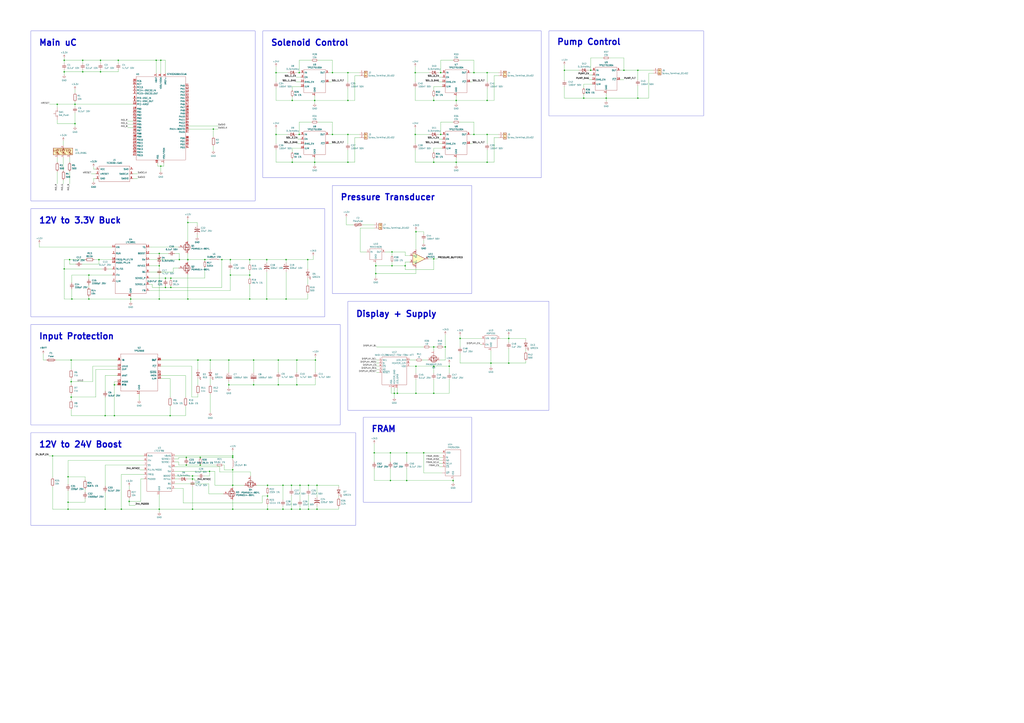
<source format=kicad_sch>
(kicad_sch (version 20230121) (generator eeschema)
  (paper "A1")
  (junction (at 132.08 49.53))
  (junction (at 46.99 85.725))
  (junction (at 340.995 110.49))
  (junction (at 106.045 412.115))
  (junction (at 253.365 398.78))
  (junction (at 341.63 300.99))
  (junction (at 172.72 295.91))
  (junction (at 158.115 393.7))
  (junction (at 374.65 133.35))
  (junction (at 523.875 57.785))
  (junction (at 55.88 391.795))
  (junction (at 356.235 300.99))
  (junction (at 130.81 218.44))
  (junction (at 191.135 418.465))
  (junction (at 243.84 316.23))
  (junction (at 374.65 82.55))
  (junction (at 240.03 133.35))
  (junction (at 307.34 372.11))
  (junction (at 107.315 245.745))
  (junction (at 147.32 213.36))
  (junction (at 377.825 278.13))
  (junction (at 140.335 228.6))
  (junction (at 245.745 59.69))
  (junction (at 258.445 82.55))
  (junction (at 356.235 285.115))
  (junction (at 243.84 295.91))
  (junction (at 130.81 208.28))
  (junction (at 334.01 394.97))
  (junction (at 285.75 82.55))
  (junction (at 356.235 212.725))
  (junction (at 81.28 213.36))
  (junction (at 55.88 412.75))
  (junction (at 154.305 213.36))
  (junction (at 479.425 80.645))
  (junction (at 320.675 394.97))
  (junction (at 246.38 398.78))
  (junction (at 168.275 213.36))
  (junction (at 140.335 236.22))
  (junction (at 356.235 82.55))
  (junction (at 260.35 398.78))
  (junction (at 132.08 136.525))
  (junction (at 191.135 375.92))
  (junction (at 67.945 59.055))
  (junction (at 417.83 298.45))
  (junction (at 61.595 101.6))
  (junction (at 191.135 398.78))
  (junction (at 164.465 375.92))
  (junction (at 187.96 295.91))
  (junction (at 356.235 133.35))
  (junction (at 400.05 110.49))
  (junction (at 361.95 110.49))
  (junction (at 273.05 110.49))
  (junction (at 67.945 49.53))
  (junction (at 512.445 57.785))
  (junction (at 326.39 323.215))
  (junction (at 400.05 82.55))
  (junction (at 240.03 82.55))
  (junction (at 86.36 418.465))
  (junction (at 400.05 133.35))
  (junction (at 164.465 382.27))
  (junction (at 321.945 207.01))
  (junction (at 253.365 418.465))
  (junction (at 172.085 387.35))
  (junction (at 128.27 49.53))
  (junction (at 219.71 407.67))
  (junction (at 93.98 341.63))
  (junction (at 308.61 224.79))
  (junction (at 93.98 316.23))
  (junction (at 246.38 418.465))
  (junction (at 189.23 226.06))
  (junction (at 219.075 213.36))
  (junction (at 58.42 326.39))
  (junction (at 58.42 295.91))
  (junction (at 61.595 85.725))
  (junction (at 219.075 245.745))
  (junction (at 187.96 316.23))
  (junction (at 372.11 394.97))
  (junction (at 285.75 133.35))
  (junction (at 234.95 245.745))
  (junction (at 417.83 278.13))
  (junction (at 308.61 218.44))
  (junction (at 191.135 374.65))
  (junction (at 320.675 372.11))
  (junction (at 252.73 213.36))
  (junction (at 341.63 190.5))
  (junction (at 175.26 106.045))
  (junction (at 82.55 49.53))
  (junction (at 332.74 218.44))
  (junction (at 153.035 382.27))
  (junction (at 139.7 341.63))
  (junction (at 226.695 59.69))
  (junction (at 205.105 213.36))
  (junction (at 403.225 298.45))
  (junction (at 389.255 59.69))
  (junction (at 245.745 110.49))
  (junction (at 334.01 372.11))
  (junction (at 82.55 59.055))
  (junction (at 485.14 57.785))
  (junction (at 43.18 374.65))
  (junction (at 191.135 386.08))
  (junction (at 239.395 418.465))
  (junction (at 135.89 228.6))
  (junction (at 323.85 323.215))
  (junction (at 365.76 285.115))
  (junction (at 321.945 218.44))
  (junction (at 497.84 80.645))
  (junction (at 99.695 418.465))
  (junction (at 189.23 213.36))
  (junction (at 208.28 316.23))
  (junction (at 52.705 59.055))
  (junction (at 154.305 245.745))
  (junction (at 340.995 59.69))
  (junction (at 285.75 110.49))
  (junction (at 228.6 295.91))
  (junction (at 400.05 59.69))
  (junction (at 205.105 226.06))
  (junction (at 52.705 49.53))
  (junction (at 368.935 300.99))
  (junction (at 356.235 323.215))
  (junction (at 259.08 295.91))
  (junction (at 208.28 295.91))
  (junction (at 73.025 226.06))
  (junction (at 228.6 316.23))
  (junction (at 130.81 245.745))
  (junction (at 285.75 59.69))
  (junction (at 219.71 418.465))
  (junction (at 158.115 418.465))
  (junction (at 55.88 418.465))
  (junction (at 226.695 110.49))
  (junction (at 57.15 213.36))
  (junction (at 260.35 418.465))
  (junction (at 59.055 245.745))
  (junction (at 73.025 245.745))
  (junction (at 341.63 323.215))
  (junction (at 234.95 213.36))
  (junction (at 219.71 398.78))
  (junction (at 154.305 182.88))
  (junction (at 135.89 236.22))
  (junction (at 523.875 80.645))
  (junction (at 153.035 375.92))
  (junction (at 158.115 391.16))
  (junction (at 258.445 133.35))
  (junction (at 389.255 110.49))
  (junction (at 232.41 398.78))
  (junction (at 239.395 398.78))
  (junction (at 232.41 418.465))
  (junction (at 182.245 213.36))
  (junction (at 463.55 57.785))
  (junction (at 52.705 220.98))
  (junction (at 58.42 313.69))
  (junction (at 162.56 295.91))
  (junction (at 130.81 418.465))
  (junction (at 347.98 372.11))
  (junction (at 273.05 59.69))
  (junction (at 361.95 59.69))
  (junction (at 97.155 49.53))
  (junction (at 205.105 245.745))
  (junction (at 86.36 341.63))
  (wire (pts (xy 109.22 142.875) (xy 113.03 142.875)))
  (wire (pts (xy 189.23 226.06) (xy 205.105 226.06)))
  (wire (pts (xy 191.135 418.465) (xy 219.71 418.465)))
  (wire (pts (xy 400.05 72.39) (xy 400.05 82.55)))
  (wire (pts (xy 252.73 241.3) (xy 252.73 245.745)))
  (wire (pts (xy 308.61 224.79) (xy 308.61 227.965)))
  (wire (pts (xy 252.73 228.6) (xy 252.73 233.68)))
  (wire (pts (xy 273.05 49.53) (xy 273.05 59.69)))
  (wire (pts (xy 377.825 278.13) (xy 395.605 278.13)))
  (wire (pts (xy 153.035 381.635) (xy 153.035 382.27)))
  (wire (pts (xy 353.06 285.115) (xy 356.235 285.115)))
  (wire (pts (xy 431.8 287.02) (xy 431.8 288.925)))
  (wire (pts (xy 245.745 59.69) (xy 247.015 59.69)))
  (wire (pts (xy 260.35 408.305) (xy 260.35 398.78)))
  (wire (pts (xy 253.365 418.465) (xy 260.35 418.465)))
  (wire (pts (xy 162.56 326.39) (xy 157.48 326.39)))
  (wire (pts (xy 76.835 137.16) (xy 76.835 139.065)))
  (wire (pts (xy 497.84 76.835) (xy 497.84 80.645)))
  (wire (pts (xy 132.08 140.97) (xy 132.08 136.525)))
  (wire (pts (xy 61.595 73.66) (xy 61.595 76.2)))
  (wire (pts (xy 334.01 372.11) (xy 347.98 372.11)))
  (wire (pts (xy 150.495 401.32) (xy 143.51 401.32)))
  (wire (pts (xy 363.22 388.62) (xy 347.98 388.62)))
  (wire (pts (xy 512.445 57.785) (xy 509.27 57.785)))
  (wire (pts (xy 365.76 285.115) (xy 365.76 274.955)))
  (wire (pts (xy 46.99 140.97) (xy 46.99 151.13)))
  (wire (pts (xy 252.73 213.36) (xy 252.73 220.98)))
  (wire (pts (xy 143.51 393.7) (xy 146.685 393.7)))
  (wire (pts (xy 132.08 311.15) (xy 139.7 311.15)))
  (wire (pts (xy 479.425 69.215) (xy 486.41 69.215)))
  (wire (pts (xy 341.63 300.99) (xy 341.63 306.705)))
  (wire (pts (xy 52.705 59.055) (xy 52.705 61.595)))
  (wire (pts (xy 143.51 208.28) (xy 147.32 208.28)))
  (wire (pts (xy 40.005 374.65) (xy 43.18 374.65)))
  (wire (pts (xy 61.595 101.6) (xy 61.595 104.14)))
  (wire (pts (xy 386.08 118.11) (xy 387.985 118.11)))
  (wire (pts (xy 389.255 59.69) (xy 386.08 59.69)))
  (wire (pts (xy 360.68 118.11) (xy 363.22 118.11)))
  (wire (pts (xy 106.045 409.575) (xy 106.045 412.115)))
  (wire (pts (xy 400.05 59.69) (xy 400.05 67.31)))
  (wire (pts (xy 172.72 295.91) (xy 187.96 295.91)))
  (wire (pts (xy 374.65 133.35) (xy 400.05 133.35)))
  (wire (pts (xy 142.24 220.345) (xy 146.685 220.345)))
  (wire (pts (xy 164.465 375.92) (xy 191.135 375.92)))
  (wire (pts (xy 191.135 418.465) (xy 158.115 418.465)))
  (wire (pts (xy 46.99 101.6) (xy 61.595 101.6)))
  (wire (pts (xy 97.155 49.53) (xy 128.27 49.53)))
  (wire (pts (xy 246.38 398.78) (xy 253.365 398.78)))
  (wire (pts (xy 497.84 80.645) (xy 523.875 80.645)))
  (wire (pts (xy 58.42 311.15) (xy 58.42 313.69)))
  (wire (pts (xy 122.555 208.28) (xy 130.81 208.28)))
  (wire (pts (xy 360.68 375.92) (xy 363.22 375.92)))
  (wire (pts (xy 130.81 226.06) (xy 130.81 245.745)))
  (wire (pts (xy 356.235 212.725) (xy 359.41 212.725)))
  (wire (pts (xy 208.28 316.23) (xy 228.6 316.23)))
  (wire (pts (xy 189.23 213.36) (xy 189.23 216.535)))
  (wire (pts (xy 245.745 100.33) (xy 255.905 100.33)))
  (wire (pts (xy 59.055 237.49) (xy 59.055 245.745)))
  (wire (pts (xy 205.74 391.16) (xy 205.74 387.985)))
  (wire (pts (xy 308.61 215.9) (xy 308.61 218.44)))
  (wire (pts (xy 323.85 323.215) (xy 323.85 327.025)))
  (wire (pts (xy 240.03 79.375) (xy 240.03 82.55)))
  (wire (pts (xy 269.875 118.11) (xy 272.415 118.11)))
  (wire (pts (xy 336.55 215.265) (xy 332.74 215.265)))
  (wire (pts (xy 243.84 110.49) (xy 245.745 110.49)))
  (wire (pts (xy 340.995 123.19) (xy 340.995 133.35)))
  (wire (pts (xy 417.83 278.13) (xy 431.8 278.13)))
  (wire (pts (xy 523.875 80.645) (xy 532.765 80.645)))
  (wire (pts (xy 130.81 208.28) (xy 138.43 208.28)))
  (wire (pts (xy 479.425 72.39) (xy 479.425 69.215)))
  (wire (pts (xy 135.89 228.6) (xy 135.89 229.87)))
  (wire (pts (xy 153.035 375.92) (xy 164.465 375.92)))
  (wire (pts (xy 99.695 418.465) (xy 130.81 418.465)))
  (wire (pts (xy 463.55 80.645) (xy 463.55 71.12)))
  (wire (pts (xy 389.255 49.53) (xy 389.255 59.69)))
  (wire (pts (xy 187.96 316.23) (xy 187.96 318.77)))
  (wire (pts (xy 99.695 389.89) (xy 99.695 418.465)))
  (wire (pts (xy 52.07 129.54) (xy 52.07 140.335)))
  (wire (pts (xy 340.995 105.41) (xy 340.995 110.49)))
  (wire (pts (xy 161.925 193.04) (xy 161.925 194.945)))
  (wire (pts (xy 258.445 133.35) (xy 258.445 135.89)))
  (wire (pts (xy 356.235 125.095) (xy 356.235 121.92)))
  (wire (pts (xy 321.31 323.215) (xy 323.85 323.215)))
  (wire (pts (xy 57.15 213.36) (xy 57.15 217.17)))
  (wire (pts (xy 46.99 85.725) (xy 46.99 88.265)))
  (wire (pts (xy 295.91 187.325) (xy 307.34 187.325)))
  (wire (pts (xy 171.45 405.765) (xy 183.515 405.765)))
  (wire (pts (xy 180.34 383.54) (xy 143.51 383.54)))
  (wire (pts (xy 297.815 184.785) (xy 307.34 184.785)))
  (wire (pts (xy 509.27 65.405) (xy 512.445 65.405)))
  (wire (pts (xy 368.935 300.99) (xy 368.935 306.705)))
  (wire (pts (xy 52.705 57.15) (xy 52.705 59.055)))
  (wire (pts (xy 92.075 226.06) (xy 73.025 226.06)))
  (wire (pts (xy 244.475 118.11) (xy 247.015 118.11)))
  (wire (pts (xy 52.705 49.53) (xy 52.705 52.07)))
  (wire (pts (xy 417.83 281.305) (xy 417.83 278.13)))
  (wire (pts (xy 142.24 223.52) (xy 122.555 223.52)))
  (wire (pts (xy 239.395 407.035) (xy 239.395 418.465)))
  (wire (pts (xy 157.48 300.99) (xy 132.08 300.99)))
  (wire (pts (xy 109.22 146.685) (xy 113.03 146.685)))
  (wire (pts (xy 326.39 318.77) (xy 326.39 323.215)))
  (wire (pts (xy 93.98 341.63) (xy 86.36 341.63)))
  (wire (pts (xy 377.825 290.195) (xy 377.825 298.45)))
  (wire (pts (xy 332.74 215.265) (xy 332.74 218.44)))
  (wire (pts (xy 125.095 236.22) (xy 125.095 233.68)))
  (wire (pts (xy 340.995 59.69) (xy 340.995 67.31)))
  (wire (pts (xy 180.34 387.985) (xy 180.34 383.54)))
  (wire (pts (xy 340.995 110.49) (xy 340.995 118.11)))
  (wire (pts (xy 106.045 415.29) (xy 111.125 415.29)))
  (wire (pts (xy 258.445 129.54) (xy 258.445 133.35)))
  (wire (pts (xy 59.055 245.745) (xy 52.705 245.745)))
  (wire (pts (xy 43.18 374.65) (xy 43.18 392.43)))
  (wire (pts (xy 260.35 418.465) (xy 278.13 418.465)))
  (wire (pts (xy 93.98 341.63) (xy 139.7 341.63)))
  (wire (pts (xy 128.27 49.53) (xy 128.27 60.325)))
  (wire (pts (xy 232.41 418.465) (xy 232.41 415.925)))
  (wire (pts (xy 228.6 316.23) (xy 228.6 311.15)))
  (wire (pts (xy 234.95 213.36) (xy 234.95 215.9)))
  (wire (pts (xy 215.265 407.67) (xy 215.265 413.385)))
  (wire (pts (xy 43.18 400.05) (xy 43.18 418.465)))
  (wire (pts (xy 273.05 110.49) (xy 269.875 110.49)))
  (wire (pts (xy 226.695 110.49) (xy 226.695 118.11)))
  (wire (pts (xy 356.235 130.175) (xy 356.235 133.35)))
  (wire (pts (xy 278.13 418.465) (xy 278.13 416.56)))
  (wire (pts (xy 82.55 57.15) (xy 82.55 59.055)))
  (wire (pts (xy 285.75 59.69) (xy 285.75 67.31)))
  (wire (pts (xy 175.26 120.015) (xy 175.26 123.825)))
  (wire (pts (xy 61.595 92.71) (xy 61.595 101.6)))
  (wire (pts (xy 172.085 391.16) (xy 172.085 387.35)))
  (wire (pts (xy 35.56 295.91) (xy 38.1 295.91)))
  (wire (pts (xy 536.575 60.325) (xy 532.765 60.325)))
  (wire (pts (xy 130.81 421.005) (xy 130.81 418.465)))
  (wire (pts (xy 69.85 401.955) (xy 69.85 404.495)))
  (wire (pts (xy 334.01 384.81) (xy 334.01 394.97)))
  (wire (pts (xy 132.08 295.91) (xy 162.56 295.91)))
  (wire (pts (xy 179.705 213.36) (xy 182.245 213.36)))
  (wire (pts (xy 78.74 146.685) (xy 76.835 146.685)))
  (wire (pts (xy 135.89 236.22) (xy 140.335 236.22)))
  (wire (pts (xy 52.07 115.57) (xy 52.07 119.38)))
  (wire (pts (xy 140.335 234.95) (xy 140.335 236.22)))
  (wire (pts (xy 154.305 393.7) (xy 158.115 393.7)))
  (wire (pts (xy 176.53 387.35) (xy 172.085 387.35)))
  (wire (pts (xy 295.275 62.23) (xy 291.465 62.23)))
  (wire (pts (xy 253.365 407.035) (xy 253.365 418.465)))
  (wire (pts (xy 417.83 278.13) (xy 410.845 278.13)))
  (wire (pts (xy 135.89 234.95) (xy 135.89 236.22)))
  (wire (pts (xy 320.675 372.11) (xy 334.01 372.11)))
  (wire (pts (xy 82.55 49.53) (xy 82.55 52.07)))
  (wire (pts (xy 128.27 49.53) (xy 132.08 49.53)))
  (wire (pts (xy 52.705 49.53) (xy 67.945 49.53)))
  (wire (pts (xy 86.36 341.63) (xy 58.42 341.63)))
  (wire (pts (xy 52.705 220.98) (xy 83.82 220.98)))
  (wire (pts (xy 356.235 221.615) (xy 332.74 221.615)))
  (wire (pts (xy 431.8 298.45) (xy 417.83 298.45)))
  (wire (pts (xy 45.72 295.91) (xy 58.42 295.91)))
  (wire (pts (xy 320.675 372.11) (xy 320.675 379.73)))
  (wire (pts (xy 307.34 394.97) (xy 320.675 394.97)))
  (wire (pts (xy 243.84 316.23) (xy 243.84 311.15)))
  (wire (pts (xy 485.14 57.785) (xy 486.41 57.785)))
  (wire (pts (xy 191.135 375.92) (xy 191.135 377.19)))
  (wire (pts (xy 479.425 80.645) (xy 497.84 80.645)))
  (wire (pts (xy 96.52 303.53) (xy 78.74 303.53)))
  (wire (pts (xy 208.28 295.91) (xy 208.28 306.07)))
  (wire (pts (xy 67.945 59.055) (xy 82.55 59.055)))
  (wire (pts (xy 168.275 219.71) (xy 168.275 228.6)))
  (wire (pts (xy 321.945 218.44) (xy 308.61 218.44)))
  (wire (pts (xy 291.465 133.35) (xy 285.75 133.35)))
  (wire (pts (xy 171.45 397.51) (xy 143.51 397.51)))
  (wire (pts (xy 191.135 398.78) (xy 191.135 400.685)))
  (wire (pts (xy 341.63 323.215) (xy 326.39 323.215)))
  (wire (pts (xy 219.71 414.655) (xy 219.71 418.465)))
  (wire (pts (xy 361.95 49.53) (xy 372.11 49.53)))
  (wire (pts (xy 409.575 113.03) (xy 405.765 113.03)))
  (wire (pts (xy 122.555 228.6) (xy 135.89 228.6)))
  (wire (pts (xy 96.52 300.99) (xy 76.2 300.99)))
  (wire (pts (xy 73.025 245.745) (xy 59.055 245.745)))
  (wire (pts (xy 167.64 391.16) (xy 172.085 391.16)))
  (wire (pts (xy 147.32 208.28) (xy 147.32 213.36)))
  (wire (pts (xy 107.315 248.285) (xy 107.315 245.745)))
  (wire (pts (xy 107.315 245.745) (xy 107.315 243.84)))
  (wire (pts (xy 523.875 57.785) (xy 523.875 65.405)))
  (wire (pts (xy 363.855 285.115) (xy 365.76 285.115)))
  (wire (pts (xy 326.39 323.215) (xy 323.85 323.215)))
  (wire (pts (xy 232.41 398.78) (xy 239.395 398.78)))
  (wire (pts (xy 347.98 192.405) (xy 347.98 190.5)))
  (wire (pts (xy 93.98 316.23) (xy 96.52 316.23)))
  (wire (pts (xy 115.57 393.7) (xy 118.11 393.7)))
  (wire (pts (xy 132.08 49.53) (xy 135.89 49.53)))
  (wire (pts (xy 356.235 74.295) (xy 356.235 71.12)))
  (wire (pts (xy 309.245 295.91) (xy 311.15 295.91)))
  (wire (pts (xy 320.675 394.97) (xy 334.01 394.97)))
  (wire (pts (xy 245.745 110.49) (xy 245.745 100.33)))
  (wire (pts (xy 182.245 236.22) (xy 182.245 213.36)))
  (wire (pts (xy 162.56 323.85) (xy 162.56 326.39)))
  (wire (pts (xy 347.98 190.5) (xy 341.63 190.5)))
  (wire (pts (xy 500.38 47.625) (xy 512.445 47.625)))
  (wire (pts (xy 497.84 80.645) (xy 497.84 83.185)))
  (wire (pts (xy 140.335 228.6) (xy 140.335 229.87)))
  (wire (pts (xy 205.105 213.36) (xy 205.105 217.17)))
  (wire (pts (xy 309.245 300.99) (xy 311.15 300.99)))
  (wire (pts (xy 191.135 398.78) (xy 176.53 398.78)))
  (wire (pts (xy 76.2 313.69) (xy 58.42 313.69)))
  (wire (pts (xy 226.695 59.69) (xy 226.695 67.31)))
  (wire (pts (xy 52.705 213.36) (xy 57.15 213.36)))
  (wire (pts (xy 307.34 372.11) (xy 307.34 379.73)))
  (wire (pts (xy 239.395 398.78) (xy 239.395 401.955)))
  (wire (pts (xy 356.235 300.99) (xy 356.235 306.705)))
  (wire (pts (xy 189.23 226.06) (xy 189.23 238.76)))
  (wire (pts (xy 184.15 386.08) (xy 191.135 386.08)))
  (wire (pts (xy 122.555 203.2) (xy 146.685 203.2)))
  (wire (pts (xy 341.63 220.345) (xy 341.63 224.79)))
  (wire (pts (xy 171.45 405.765) (xy 171.45 397.51)))
  (wire (pts (xy 372.11 393.7) (xy 372.11 394.97)))
  (wire (pts (xy 187.96 313.69) (xy 187.96 316.23)))
  (wire (pts (xy 164.465 382.27) (xy 177.8 382.27)))
  (wire (pts (xy 182.245 213.36) (xy 189.23 213.36)))
  (wire (pts (xy 377.825 278.13) (xy 377.825 285.115)))
  (wire (pts (xy 463.55 80.645) (xy 479.425 80.645)))
  (wire (pts (xy 154.94 106.045) (xy 175.26 106.045)))
  (wire (pts (xy 285.75 110.49) (xy 295.275 110.49)))
  (wire (pts (xy 400.05 82.55) (xy 405.765 82.55)))
  (wire (pts (xy 219.075 245.745) (xy 234.95 245.745)))
  (wire (pts (xy 139.7 311.15) (xy 139.7 326.39)))
  (wire (pts (xy 191.135 374.65) (xy 191.135 375.92)))
  (wire (pts (xy 115.57 412.115) (xy 115.57 393.7)))
  (wire (pts (xy 168.275 213.36) (xy 168.275 214.63)))
  (wire (pts (xy 175.26 106.045) (xy 175.26 112.395)))
  (wire (pts (xy 368.935 298.45) (xy 368.935 300.99)))
  (wire (pts (xy 360.68 378.46) (xy 363.22 378.46)))
  (wire (pts (xy 219.71 407.67) (xy 219.71 409.575)))
  (wire (pts (xy 86.36 418.465) (xy 99.695 418.465)))
  (wire (pts (xy 132.08 308.61) (xy 152.4 308.61)))
  (wire (pts (xy 130.81 406.4) (xy 130.81 418.465)))
  (wire (pts (xy 43.18 374.65) (xy 118.11 374.65)))
  (wire (pts (xy 55.88 391.795) (xy 55.88 398.145)))
  (wire (pts (xy 336.55 295.91) (xy 341.63 295.91)))
  (wire (pts (xy 57.15 140.97) (xy 57.15 151.13)))
  (wire (pts (xy 219.71 405.765) (xy 219.71 407.67)))
  (wire (pts (xy 285.75 110.49) (xy 285.75 118.11)))
  (wire (pts (xy 323.85 318.77) (xy 323.85 323.215)))
  (wire (pts (xy 386.08 67.31) (xy 387.985 67.31)))
  (wire (pts (xy 189.23 213.36) (xy 205.105 213.36)))
  (wire (pts (xy 374.65 78.74) (xy 374.65 82.55)))
  (wire (pts (xy 73.025 245.745) (xy 107.315 245.745)))
  (wire (pts (xy 463.55 57.785) (xy 475.615 57.785)))
  (wire (pts (xy 360.68 67.31) (xy 363.22 67.31)))
  (wire (pts (xy 58.42 341.63) (xy 58.42 336.55)))
  (wire (pts (xy 140.335 236.22) (xy 182.245 236.22)))
  (wire (pts (xy 479.425 77.47) (xy 479.425 80.645)))
  (wire (pts (xy 356.235 121.92) (xy 363.22 121.92)))
  (wire (pts (xy 58.42 313.69) (xy 58.42 316.23)))
  (wire (pts (xy 78.74 303.53) (xy 78.74 326.39)))
  (wire (pts (xy 152.4 308.61) (xy 152.4 326.39)))
  (wire (pts (xy 57.15 217.17) (xy 62.23 217.17)))
  (wire (pts (xy 77.47 213.36) (xy 81.28 213.36)))
  (wire (pts (xy 356.235 285.115) (xy 356.235 288.29)))
  (wire (pts (xy 97.155 59.055) (xy 97.155 57.15)))
  (wire (pts (xy 32.385 203.2) (xy 92.075 203.2)))
  (wire (pts (xy 389.255 110.49) (xy 400.05 110.49)))
  (wire (pts (xy 228.6 295.91) (xy 208.28 295.91)))
  (wire (pts (xy 361.95 59.69) (xy 361.95 49.53)))
  (wire (pts (xy 78.74 326.39) (xy 58.42 326.39)))
  (wire (pts (xy 347.98 388.62) (xy 347.98 372.11)))
  (wire (pts (xy 332.74 221.615) (xy 332.74 218.44)))
  (wire (pts (xy 46.99 85.725) (xy 61.595 85.725)))
  (wire (pts (xy 361.95 100.33) (xy 372.11 100.33)))
  (wire (pts (xy 162.56 295.91) (xy 172.72 295.91)))
  (wire (pts (xy 273.05 59.69) (xy 269.875 59.69)))
  (wire (pts (xy 32.385 200.025) (xy 32.385 203.2)))
  (wire (pts (xy 260.35 398.78) (xy 278.13 398.78)))
  (wire (pts (xy 172.72 295.91) (xy 172.72 303.53)))
  (wire (pts (xy 55.88 378.46) (xy 118.11 378.46)))
  (wire (pts (xy 93.98 316.23) (xy 93.98 341.63)))
  (wire (pts (xy 67.945 49.53) (xy 82.55 49.53)))
  (wire (pts (xy 243.205 67.31) (xy 247.015 67.31)))
  (wire (pts (xy 61.595 85.725) (xy 61.595 87.63)))
  (wire (pts (xy 389.255 59.69) (xy 400.05 59.69)))
  (wire (pts (xy 61.595 85.725) (xy 109.22 85.725)))
  (wire (pts (xy 361.315 295.91) (xy 365.76 295.91)))
  (wire (pts (xy 154.305 213.36) (xy 154.305 215.265)))
  (wire (pts (xy 154.305 225.425) (xy 154.305 245.745)))
  (wire (pts (xy 239.395 418.465) (xy 246.38 418.465)))
  (wire (pts (xy 260.985 100.33) (xy 273.05 100.33)))
  (wire (pts (xy 96.52 313.69) (xy 93.98 313.69)))
  (wire (pts (xy 523.875 57.785) (xy 536.575 57.785)))
  (wire (pts (xy 295.275 113.03) (xy 291.465 113.03)))
  (wire (pts (xy 226.695 133.35) (xy 240.03 133.35)))
  (wire (pts (xy 259.08 316.23) (xy 259.08 311.15)))
  (wire (pts (xy 187.96 316.23) (xy 208.28 316.23)))
  (wire (pts (xy 245.745 59.69) (xy 245.745 49.53)))
  (wire (pts (xy 307.34 364.49) (xy 307.34 372.11)))
  (wire (pts (xy 341.63 190.5) (xy 341.63 205.105)))
  (wire (pts (xy 130.81 217.17) (xy 130.81 218.44)))
  (wire (pts (xy 368.935 323.215) (xy 356.235 323.215)))
  (wire (pts (xy 356.235 311.785) (xy 356.235 323.215)))
  (wire (pts (xy 164.465 382.27) (xy 164.465 381.635)))
  (wire (pts (xy 291.465 82.55) (xy 285.75 82.55)))
  (wire (pts (xy 240.03 74.295) (xy 240.03 71.12)))
  (wire (pts (xy 309.245 306.07) (xy 311.15 306.07)))
  (wire (pts (xy 76.835 139.065) (xy 78.74 139.065)))
  (wire (pts (xy 219.71 398.78) (xy 219.71 400.685)))
  (wire (pts (xy 157.48 326.39) (xy 157.48 300.99)))
  (wire (pts (xy 278.13 398.78) (xy 278.13 400.05)))
  (wire (pts (xy 161.925 182.88) (xy 154.305 182.88)))
  (wire (pts (xy 243.84 295.91) (xy 259.08 295.91)))
  (wire (pts (xy 46.99 98.425) (xy 46.99 101.6)))
  (wire (pts (xy 285.75 72.39) (xy 285.75 82.55)))
  (wire (pts (xy 232.41 418.465) (xy 239.395 418.465)))
  (wire (pts (xy 146.685 379.73) (xy 143.51 379.73)))
  (wire (pts (xy 243.84 59.69) (xy 245.745 59.69)))
  (wire (pts (xy 160.02 393.7) (xy 158.115 393.7)))
  (wire (pts (xy 205.74 387.985) (xy 180.34 387.985)))
  (wire (pts (xy 321.945 218.44) (xy 332.74 218.44)))
  (wire (pts (xy 336.55 300.99) (xy 341.63 300.99)))
  (wire (pts (xy 154.305 245.745) (xy 205.105 245.745)))
  (wire (pts (xy 86.36 382.27) (xy 86.36 399.415)))
  (wire (pts (xy 360.68 383.54) (xy 363.22 383.54)))
  (wire (pts (xy 160.02 394.97) (xy 160.02 393.7)))
  (wire (pts (xy 285.75 123.19) (xy 285.75 133.35)))
  (wire (pts (xy 374.65 82.55) (xy 400.05 82.55)))
  (wire (pts (xy 295.91 207.01) (xy 300.99 207.01)))
  (wire (pts (xy 347.98 372.11) (xy 363.22 372.11)))
  (wire (pts (xy 400.05 133.35) (xy 405.765 133.35)))
  (wire (pts (xy 55.88 391.795) (xy 69.85 391.795)))
  (wire (pts (xy 191.135 370.84) (xy 191.135 374.65)))
  (wire (pts (xy 57.15 129.54) (xy 57.15 133.35)))
  (wire (pts (xy 360.045 59.69) (xy 361.95 59.69)))
  (wire (pts (xy 400.05 123.19) (xy 400.05 133.35)))
  (wire (pts (xy 189.23 238.76) (xy 122.555 238.76)))
  (wire (pts (xy 76.835 146.685) (xy 76.835 149.225)))
  (wire (pts (xy 52.705 59.055) (xy 67.945 59.055)))
  (wire (pts (xy 154.305 213.36) (xy 168.275 213.36)))
  (wire (pts (xy 191.135 384.81) (xy 191.135 386.08)))
  (wire (pts (xy 341.63 311.785) (xy 341.63 323.215)))
  (wire (pts (xy 374.65 129.54) (xy 374.65 133.35)))
  (wire (pts (xy 316.23 207.01) (xy 321.945 207.01)))
  (wire (pts (xy 417.83 298.45) (xy 403.225 298.45)))
  (wire (pts (xy 485.14 47.625) (xy 495.3 47.625)))
  (wire (pts (xy 226.695 59.69) (xy 236.22 59.69)))
  (wire (pts (xy 309.245 285.115) (xy 347.98 285.115)))
  (wire (pts (xy 219.71 398.78) (xy 232.41 398.78)))
  (wire (pts (xy 58.42 295.91) (xy 96.52 295.91)))
  (wire (pts (xy 191.135 398.78) (xy 200.66 398.78)))
  (wire (pts (xy 356.235 71.12) (xy 363.22 71.12)))
  (wire (pts (xy 97.155 49.53) (xy 97.155 52.07)))
  (wire (pts (xy 257.175 213.36) (xy 257.175 210.185)))
  (wire (pts (xy 356.235 133.35) (xy 374.65 133.35)))
  (wire (pts (xy 403.225 288.29) (xy 403.225 298.45)))
  (wire (pts (xy 340.995 59.69) (xy 352.425 59.69)))
  (wire (pts (xy 400.05 59.69) (xy 409.575 59.69)))
  (wire (pts (xy 158.115 400.05) (xy 158.115 418.465)))
  (wire (pts (xy 129.54 136.525) (xy 129.54 133.985)))
  (wire (pts (xy 152.4 341.63) (xy 152.4 334.01)))
  (wire (pts (xy 74.93 142.875) (xy 78.74 142.875)))
  (wire (pts (xy 189.23 221.615) (xy 189.23 226.06)))
  (wire (pts (xy 130.81 218.44) (xy 122.555 218.44)))
  (wire (pts (xy 143.51 387.35) (xy 172.085 387.35)))
  (wire (pts (xy 340.995 82.55) (xy 356.235 82.55)))
  (wire (pts (xy 356.235 82.55) (xy 374.65 82.55)))
  (wire (pts (xy 361.95 110.49) (xy 361.95 100.33)))
  (wire (pts (xy 260.985 49.53) (xy 273.05 49.53)))
  (wire (pts (xy 106.045 412.115) (xy 106.045 415.29)))
  (wire (pts (xy 243.205 63.5) (xy 247.015 63.5)))
  (wire (pts (xy 240.03 82.55) (xy 258.445 82.55)))
  (wire (pts (xy 244.475 114.3) (xy 247.015 114.3)))
  (wire (pts (xy 340.995 72.39) (xy 340.995 82.55)))
  (wire (pts (xy 154.305 208.28) (xy 154.305 213.36)))
  (wire (pts (xy 73.025 226.06) (xy 73.025 229.235)))
  (wire (pts (xy 69.85 391.795) (xy 69.85 394.335)))
  (wire (pts (xy 58.42 295.91) (xy 58.42 303.53)))
  (wire (pts (xy 403.225 298.45) (xy 403.225 301.625)))
  (wire (pts (xy 146.685 375.92) (xy 153.035 375.92)))
  (wire (pts (xy 140.335 228.6) (xy 135.89 228.6)))
  (wire (pts (xy 417.83 275.59) (xy 417.83 278.13)))
  (wire (pts (xy 219.71 407.67) (xy 215.265 407.67)))
  (wire (pts (xy 176.53 398.78) (xy 176.53 387.35)))
  (wire (pts (xy 172.72 323.85) (xy 172.72 339.09)))
  (wire (pts (xy 346.71 295.91) (xy 351.155 295.91)))
  (wire (pts (xy 58.42 326.39) (xy 58.42 328.93)))
  (wire (pts (xy 132.08 136.525) (xy 129.54 136.525)))
  (wire (pts (xy 134.62 136.525) (xy 132.08 136.525)))
  (wire (pts (xy 285.75 82.55) (xy 258.445 82.55)))
  (wire (pts (xy 309.245 298.45) (xy 311.15 298.45)))
  (wire (pts (xy 162.56 311.15) (xy 162.56 316.23)))
  (wire (pts (xy 125.095 233.68) (xy 122.555 233.68)))
  (wire (pts (xy 168.275 228.6) (xy 140.335 228.6)))
  (wire (pts (xy 208.28 316.23) (xy 208.28 313.69)))
  (wire (pts (xy 59.055 226.06) (xy 59.055 232.41)))
  (wire (pts (xy 512.445 57.785) (xy 523.875 57.785)))
  (wire (pts (xy 52.705 47.625) (xy 52.705 49.53)))
  (wire (pts (xy 405.765 62.23) (xy 405.765 82.55)))
  (wire (pts (xy 55.88 378.46) (xy 55.88 391.795)))
  (wire (pts (xy 86.36 326.39) (xy 86.36 341.63)))
  (wire (pts (xy 483.235 57.785) (xy 485.14 57.785)))
  (wire (pts (xy 512.445 47.625) (xy 512.445 57.785)))
  (wire (pts (xy 240.03 125.095) (xy 240.03 121.92)))
  (wire (pts (xy 340.995 110.49) (xy 352.425 110.49)))
  (wire (pts (xy 104.775 102.235) (xy 109.22 102.235)))
  (wire (pts (xy 52.705 245.745) (xy 52.705 220.98)))
  (wire (pts (xy 368.935 311.785) (xy 368.935 323.215)))
  (wire (pts (xy 246.38 398.78) (xy 246.38 410.845)))
  (wire (pts (xy 52.705 220.98) (xy 52.705 213.36)))
  (wire (pts (xy 130.81 245.745) (xy 107.315 245.745)))
  (wire (pts (xy 205.105 233.68) (xy 205.105 245.745)))
  (wire (pts (xy 321.945 215.265) (xy 321.945 218.44)))
  (wire (pts (xy 252.73 213.36) (xy 257.175 213.36)))
  (wire (pts (xy 219.71 418.465) (xy 232.41 418.465)))
  (wire (pts (xy 361.95 59.69) (xy 363.22 59.69)))
  (wire (pts (xy 278.13 407.67) (xy 278.13 408.94)))
  (wire (pts (xy 104.775 104.775) (xy 109.22 104.775)))
  (wire (pts (xy 356.235 285.115) (xy 358.775 285.115)))
  (wire (pts (xy 142.24 220.345) (xy 142.24 223.52)))
  (wire (pts (xy 86.36 308.61) (xy 86.36 321.31)))
  (wire (pts (xy 40.64 85.725) (xy 46.99 85.725)))
  (wire (pts (xy 67.945 49.53) (xy 67.945 52.07)))
  (wire (pts (xy 154.94 103.505) (xy 179.07 103.505)))
  (wire (pts (xy 291.465 113.03) (xy 291.465 133.35)))
  (wire (pts (xy 76.2 300.99) (xy 76.2 313.69)))
  (wire (pts (xy 361.95 110.49) (xy 363.22 110.49)))
  (wire (pts (xy 168.275 213.36) (xy 172.085 213.36)))
  (wire (pts (xy 143.51 374.65) (xy 191.135 374.65)))
  (wire (pts (xy 67.31 217.17) (xy 81.28 217.17)))
  (wire (pts (xy 291.465 62.23) (xy 291.465 82.55)))
  (wire (pts (xy 187.96 295.91) (xy 187.96 306.07)))
  (wire (pts (xy 417.83 286.385) (xy 417.83 298.45)))
  (wire (pts (xy 46.99 129.54) (xy 46.99 133.35)))
  (wire (pts (xy 485.14 57.785) (xy 485.14 47.625)))
  (wire (pts (xy 240.03 71.12) (xy 247.015 71.12)))
  (wire (pts (xy 360.68 63.5) (xy 363.22 63.5)))
  (wire (pts (xy 334.01 394.97) (xy 372.11 394.97)))
  (wire (pts (xy 69.85 213.36) (xy 57.15 213.36)))
  (wire (pts (xy 246.38 415.925) (xy 246.38 418.465)))
  (wire (pts (xy 260.35 398.78) (xy 253.365 398.78)))
  (wire (pts (xy 360.045 110.49) (xy 361.95 110.49)))
  (wire (pts (xy 532.765 60.325) (xy 532.765 80.645)))
  (wire (pts (xy 243.84 316.23) (xy 259.08 316.23)))
  (wire (pts (xy 93.98 313.69) (xy 93.98 316.23)))
  (wire (pts (xy 269.875 67.31) (xy 272.415 67.31)))
  (wire (pts (xy 309.245 303.53) (xy 311.15 303.53)))
  (wire (pts (xy 234.95 245.745) (xy 252.73 245.745)))
  (wire (pts (xy 226.695 82.55) (xy 240.03 82.55)))
  (wire (pts (xy 356.235 323.215) (xy 341.63 323.215)))
  (wire (pts (xy 463.55 53.34) (xy 463.55 57.785)))
  (wire (pts (xy 139.7 341.63) (xy 139.7 334.01)))
  (wire (pts (xy 73.025 234.315) (xy 73.025 236.22)))
  (wire (pts (xy 158.115 418.465) (xy 130.81 418.465)))
  (wire (pts (xy 409.575 62.23) (xy 405.765 62.23)))
  (wire (pts (xy 81.28 213.36) (xy 92.075 213.36)))
  (wire (pts (xy 320.675 384.81) (xy 320.675 394.97)))
  (wire (pts (xy 219.075 213.36) (xy 234.95 213.36)))
  (wire (pts (xy 210.82 398.78) (xy 219.71 398.78)))
  (wire (pts (xy 273.05 110.49) (xy 285.75 110.49)))
  (wire (pts (xy 67.945 57.15) (xy 67.945 59.055)))
  (wire (pts (xy 158.115 391.16) (xy 162.56 391.16)))
  (wire (pts (xy 104.775 99.695) (xy 109.22 99.695)))
  (wire (pts (xy 284.48 184.785) (xy 290.195 184.785)))
  (wire (pts (xy 389.255 100.33) (xy 389.255 110.49)))
  (wire (pts (xy 483.87 65.405) (xy 486.41 65.405)))
  (wire (pts (xy 253.365 398.78) (xy 253.365 401.955)))
  (wire (pts (xy 240.03 133.35) (xy 258.445 133.35)))
  (wire (pts (xy 69.85 409.575) (xy 69.85 412.75)))
  (wire (pts (xy 146.685 377.19) (xy 146.685 375.92)))
  (wire (pts (xy 239.395 398.78) (xy 246.38 398.78)))
  (wire (pts (xy 172.72 311.15) (xy 172.72 316.23)))
  (wire (pts (xy 400.05 110.49) (xy 409.575 110.49)))
  (wire (pts (xy 341.63 189.23) (xy 341.63 190.5)))
  (wire (pts (xy 191.135 386.08) (xy 191.135 398.78)))
  (wire (pts (xy 184.15 382.27) (xy 184.15 386.08)))
  (wire (pts (xy 205.105 222.25) (xy 205.105 226.06)))
  (wire (pts (xy 395.605 283.21) (xy 394.335 283.21)))
  (wire (pts (xy 285.75 133.35) (xy 258.445 133.35)))
  (wire (pts (xy 205.105 245.745) (xy 219.075 245.745)))
  (wire (pts (xy 164.465 375.92) (xy 164.465 376.555)))
  (wire (pts (xy 351.79 212.725) (xy 356.235 212.725)))
  (wire (pts (xy 321.945 207.01) (xy 332.74 207.01)))
  (wire (pts (xy 158.115 393.7) (xy 158.115 391.16)))
  (wire (pts (xy 360.68 381) (xy 363.22 381)))
  (wire (pts (xy 219.075 223.52) (xy 219.075 245.745)))
  (wire (pts (xy 321.945 207.01) (xy 321.945 210.185)))
  (wire (pts (xy 106.045 412.115) (xy 115.57 412.115)))
  (wire (pts (xy 340.995 54.61) (xy 340.995 59.69)))
  (wire (pts (xy 73.025 245.745) (xy 73.025 243.84)))
  (wire (pts (xy 374.65 82.55) (xy 374.65 85.09)))
  (wire (pts (xy 228.6 316.23) (xy 243.84 316.23)))
  (wire (pts (xy 259.08 295.91) (xy 259.08 306.07)))
  (wire (pts (xy 273.05 59.69) (xy 285.75 59.69)))
  (wire (pts (xy 154.305 180.34) (xy 154.305 182.88)))
  (wire (pts (xy 114.3 323.85) (xy 114.3 328.93)))
  (wire (pts (xy 307.34 384.81) (xy 307.34 394.97)))
  (wire (pts (xy 154.305 182.88) (xy 154.305 198.12)))
  (wire (pts (xy 61.595 83.82) (xy 61.595 85.725)))
  (wire (pts (xy 258.445 78.74) (xy 258.445 82.55)))
  (wire (pts (xy 295.91 187.325) (xy 295.91 207.01)))
  (wire (pts (xy 226.695 54.61) (xy 226.695 59.69)))
  (wire (pts (xy 365.76 295.91) (xy 365.76 285.115)))
  (wire (pts (xy 182.88 382.27) (xy 184.15 382.27)))
  (wire (pts (xy 226.695 105.41) (xy 226.695 110.49)))
  (wire (pts (xy 308.61 218.44) (xy 308.61 224.79)))
  (wire (pts (xy 228.6 295.91) (xy 243.84 295.91)))
  (wire (pts (xy 360.68 114.3) (xy 363.22 114.3)))
  (wire (pts (xy 88.9 220.98) (xy 92.075 220.98)))
  (wire (pts (xy 139.7 341.63) (xy 152.4 341.63)))
  (wire (pts (xy 377.825 275.59) (xy 377.825 278.13)))
  (wire (pts (xy 153.035 375.92) (xy 153.035 376.555)))
  (wire (pts (xy 81.28 217.17) (xy 81.28 213.36)))
  (wire (pts (xy 73.025 226.06) (xy 59.055 226.06)))
  (wire (pts (xy 122.555 213.36) (xy 147.32 213.36)))
  (wire (pts (xy 205.105 213.36) (xy 219.075 213.36)))
  (wire (pts (xy 132.08 60.325) (xy 132.08 49.53)))
  (wire (pts (xy 161.925 394.97) (xy 160.02 394.97)))
  (wire (pts (xy 340.995 133.35) (xy 356.235 133.35)))
  (wire (pts (xy 307.34 372.11) (xy 320.675 372.11)))
  (wire (pts (xy 130.81 208.28) (xy 130.81 209.55)))
  (wire (pts (xy 43.18 418.465) (xy 55.88 418.465)))
  (wire (pts (xy 143.51 377.19) (xy 146.685 377.19)))
  (wire (pts (xy 431.8 278.13) (xy 431.8 279.4)))
  (wire (pts (xy 332.74 207.01) (xy 332.74 210.185)))
  (wire (pts (xy 55.88 412.75) (xy 55.88 418.465)))
  (wire (pts (xy 226.695 72.39) (xy 226.695 82.55)))
  (wire (pts (xy 356.235 212.725) (xy 356.235 221.615)))
  (wire (pts (xy 146.685 382.27) (xy 146.685 379.73)))
  (wire (pts (xy 161.925 185.42) (xy 161.925 182.88)))
  (wire (pts (xy 55.88 403.225) (xy 55.88 412.75)))
  (wire (pts (xy 273.05 100.33) (xy 273.05 110.49)))
  (wire (pts (xy 232.41 398.78) (xy 232.41 410.845)))
  (wire (pts (xy 463.55 57.785) (xy 463.55 66.04)))
  (wire (pts (xy 431.8 296.545) (xy 431.8 298.45)))
  (wire (pts (xy 162.56 295.91) (xy 162.56 303.53)))
  (wire (pts (xy 118.11 389.89) (xy 99.695 389.89)))
  (wire (pts (xy 246.38 418.465) (xy 253.365 418.465)))
  (wire (pts (xy 58.42 323.85) (xy 58.42 326.39)))
  (wire (pts (xy 158.115 393.7) (xy 158.115 394.97)))
  (wire (pts (xy 143.51 391.16) (xy 158.115 391.16)))
  (wire (pts (xy 153.035 382.27) (xy 146.685 382.27)))
  (wire (pts (xy 321.31 318.77) (xy 321.31 323.215)))
  (wire (pts (xy 259.08 293.37) (xy 259.08 295.91)))
  (wire (pts (xy 130.81 245.745) (xy 154.305 245.745)))
  (wire (pts (xy 130.81 218.44) (xy 130.81 220.98)))
  (wire (pts (xy 82.55 59.055) (xy 97.155 59.055)))
  (wire (pts (xy 82.55 49.53) (xy 97.155 49.53)))
  (wire (pts (xy 55.88 418.465) (xy 86.36 418.465)))
  (wire (pts (xy 240.03 121.92) (xy 247.015 121.92)))
  (wire (pts (xy 245.745 49.53) (xy 255.905 49.53)))
  (wire (pts (xy 334.01 372.11) (xy 334.01 379.73)))
  (wire (pts (xy 187.96 295.91) (xy 208.28 295.91)))
  (wire (pts (xy 523.875 70.485) (xy 523.875 80.645)))
  (wire (pts (xy 341.63 300.99) (xy 356.235 300.99)))
  (wire (pts (xy 483.87 61.595) (xy 486.41 61.595)))
  (wire (pts (xy 377.825 298.45) (xy 403.225 298.45)))
  (wire (pts (xy 228.6 295.91) (xy 228.6 306.07)))
  (wire (pts (xy 347.98 197.485) (xy 347.98 200.025)))
  (wire (pts (xy 234.95 213.36) (xy 252.73 213.36)))
  (wire (pts (xy 405.765 113.03) (xy 405.765 133.35)))
  (wire (pts (xy 400.05 110.49) (xy 400.05 118.11)))
  (wire (pts (xy 284.48 178.435) (xy 284.48 184.785)))
  (wire (pts (xy 234.95 223.52) (xy 234.95 245.745)))
  (wire (pts (xy 258.445 82.55) (xy 258.445 85.09)))
  (wire (pts (xy 153.035 382.27) (xy 164.465 382.27)))
  (wire (pts (xy 377.19 100.33) (xy 389.255 100.33)))
  (wire (pts (xy 86.36 404.495) (xy 86.36 418.465)))
  (wire (pts (xy 332.74 210.185) (xy 336.55 210.185)))
  (wire (pts (xy 219.075 213.36) (xy 219.075 215.9)))
  (wire (pts (xy 69.85 412.75) (xy 55.88 412.75)))
  (wire (pts (xy 240.03 130.175) (xy 240.03 133.35)))
  (wire (pts (xy 150.495 413.385) (xy 150.495 401.32)))
  (wire (pts (xy 134.62 133.985) (xy 134.62 136.525)))
  (wire (pts (xy 374.65 133.35) (xy 374.65 135.89)))
  (wire (pts (xy 389.255 110.49) (xy 386.08 110.49)))
  (wire (pts (xy 52.07 147.955) (xy 52.07 151.13)))
  (wire (pts (xy 205.105 226.06) (xy 205.105 228.6)))
  (wire (pts (xy 377.19 49.53) (xy 389.255 49.53)))
  (wire (pts (xy 356.235 79.375) (xy 356.235 82.55)))
  (wire (pts (xy 175.26 106.045) (xy 179.07 106.045)))
  (wire (pts (xy 243.84 295.91) (xy 243.84 306.07)))
  (wire (pts (xy 356.235 300.99) (xy 368.935 300.99)))
  (wire (pts (xy 191.135 410.845) (xy 191.135 418.465)))
  (wire (pts (xy 226.695 123.19) (xy 226.695 133.35)))
  (wire (pts (xy 341.63 224.79) (xy 308.61 224.79)))
  (wire (pts (xy 35.56 290.83) (xy 35.56 295.91)))
  (wire (pts (xy 226.695 110.49) (xy 236.22 110.49)))
  (wire (pts (xy 125.095 236.22) (xy 135.89 236.22)))
  (wire (pts (xy 285.75 59.69) (xy 295.275 59.69)))
  (wire (pts (xy 245.745 110.49) (xy 247.015 110.49)))
  (wire (pts (xy 147.32 213.36) (xy 154.305 213.36)))
  (wire (pts (xy 114.935 386.08) (xy 118.11 386.08)))
  (wire (pts (xy 372.11 394.97) (xy 372.11 396.875)))
  (wire (pts (xy 135.89 49.53) (xy 135.89 60.325)))
  (wire (pts (xy 86.36 382.27) (xy 118.11 382.27)))
  (wire (pts (xy 96.52 308.61) (xy 86.36 308.61)))
  (wire (pts (xy 260.35 418.465) (xy 260.35 415.925)))
  (wire (pts (xy 106.045 399.415) (xy 106.045 401.955)))
  (wire (pts (xy 215.265 413.385) (xy 150.495 413.385)))
  (rectangle (start 25.4 355.6) (end 292.1 431.8))
  (rectangle (start 298.45 342.9) (end 387.35 412.75))
  (rectangle (start 450.85 25.4) (end 577.85 95.25))
  (rectangle (start 25.4 25.4) (end 209.55 165.1))
  (rectangle (start 215.9 25.4) (end 444.5 146.05))
  (rectangle (start 273.05 152.4) (end 387.35 241.3))
  (rectangle (start 285.75 247.65) (end 450.85 337.185))
  (rectangle (start 25.4 266.7) (end 279.4 349.25))
  (rectangle (start 25.4 171.45) (end 266.7 260.35))
  (text "Pressure Transducer" (at 279.4 165.1 0) (effects (font (size 5 5) bold) (justify left bottom)))
  (text "12V to 3.3V Buck" (at 31.75 184.15 0) (effects (font (size 5 5) (thickness 1) bold) (justify left bottom)))
  (text "12V to 24V Boost\n" (at 31.75 368.3 0) (effects (font (size 5 5) bold) (justify left bottom)))
  (text "FRAM" (at 304.8 355.6 0) (effects (font (size 5 5) (thickness 1) bold) (justify left bottom)))
  (text "Main uC" (at 31.75 38.1 0) (effects (font (size 5 5) bold) (justify left bottom)))
  (text "Solenoid Control" (at 222.25 38.1 0) (effects (font (size 5 5) bold) (justify left bottom)))
  (text "Input Protection" (at 31.75 279.4 0) (effects (font (size 5 5) (thickness 1) bold) (justify left bottom)))
  (text "Display + Supply" (at 292.1 260.985 0) (effects (font (size 5 5) (thickness 1) bold) (justify left bottom)))
  (text "Pump Control" (at 457.2 37.465 0) (effects (font (size 5 5) bold) (justify left bottom)))
  (label "SOL_1_FLT" (at 272.415 67.31 0) (effects (font bold)))
  (label "SOL_4_EN" (at 360.68 114.3 180) (effects (font bold)))
  (label "DISPLAY_CS" (at 309.245 300.99 180))
  (label "FRAM_CS" (at 360.68 383.54 180))
  (label "SOL_3_DIAG" (at 360.68 67.31 180) (effects (font bold)))
  (label "IND_R" (at 104.775 99.695 180))
  (label "SOL_2_EN" (at 244.475 114.3 180) (effects (font bold)))
  (label "SOL_2_DIAG" (at 244.475 118.11 180) (effects (font bold)))
  (label "DISPLAY_EN" (at 394.335 283.21 180))
  (label "SOL_4_FLT" (at 387.985 118.11 0) (effects (font bold)))
  (label "PUMP_FLT" (at 512.445 65.405 0) (effects (font bold)))
  (label "IND_R" (at 46.99 151.13 270))
  (label "DISPLAY_RESET" (at 309.245 306.07 180))
  (label "24V_INTVCC" (at 114.935 386.08 180) (effects (font bold)))
  (label "FRAM_SCLK" (at 360.68 381 180))
  (label "nRESET" (at 40.64 85.725 180))
  (label "PUMP_DIAG" (at 483.87 65.405 180) (effects (font bold)))
  (label "FRAM_MOSI" (at 360.68 375.92 180))
  (label "DISPLAY_BL" (at 309.245 285.115 180))
  (label "DISPLAY_REG" (at 309.245 303.53 180))
  (label "SOL_3_EN" (at 360.68 63.5 180) (effects (font bold)))
  (label "nRESET" (at 74.93 142.875 180))
  (label "24V_INTVCC" (at 161.925 394.97 0) (effects (font bold)))
  (label "FRAM_MISO" (at 360.68 378.46 180))
  (label "SOL_3_FLT" (at 387.985 67.31 0) (effects (font bold)))
  (label "IND_G" (at 52.07 151.13 270))
  (label "DISPLAY_SCL" (at 309.245 295.91 180))
  (label "IND_G" (at 104.775 102.235 180))
  (label "SOL_2_FLT" (at 272.415 118.11 0) (effects (font bold)))
  (label "SWDIO" (at 113.03 146.685 0))
  (label "DISPLAY_MOSI" (at 309.245 298.45 180))
  (label "24V_PGOOD" (at 111.125 415.29 0) (effects (font bold)))
  (label "IND_B" (at 57.15 151.13 270))
  (label "SWDCLK" (at 113.03 142.875 0))
  (label "PUMP_EN" (at 483.87 61.595 180) (effects (font bold)))
  (label "SWDIO" (at 179.07 103.505 0))
  (label "PRESSURE_BUFFERED" (at 359.41 212.725 0) (effects (font bold)))
  (label "SOL_1_EN" (at 243.205 63.5 180) (effects (font bold)))
  (label "SOL_1_DIAG" (at 243.205 67.31 180) (effects (font bold)))
  (label "IND_B" (at 104.775 104.775 180))
  (label "SWDCLK" (at 179.07 106.045 0))
  (label "SOL_4_DIAG" (at 360.68 118.11 180) (effects (font bold)))
  (label "24_SUP_EN" (at 40.005 374.65 180) (effects (font bold)))
  (label "UVLO" (at 63.5 313.69 0))
  (symbol (lib_id "power:GND") (at 497.84 83.185 0) (unit 1)
    (property "Reference" "#PWR032" (effects hide))
    (property "Value" "GND" (at 497.84 87.3181 0))
  )
  (symbol (lib_id "Device:R_Small") (at 374.65 49.53 90) (unit 1)
    (property "Reference" "R33" (at 374.65 44.6491 90))
    (property "Value" "15k" (at 374.65 47.0733 90))
  )
  (symbol (lib_id "Device:C_Small") (at 55.88 400.685 180) (unit 1)
    (property "Reference" "C31" (at 58.2041 399.4665 0) (effects (justify right)))
    (property "Value" "220pF 25V" (at 58.2041 401.8907 0) (effects (justify right)))
  )
  (symbol (lib_id "power:GND") (at 175.26 123.825 0) (unit 1)
    (property "Reference" "#PWR06" (effects hide))
    (property "Value" "GND" (at 175.26 128.27 0))
  )
  (symbol (lib_id "Device:LED") (at 172.72 307.34 90) (unit 1)
    (property "Reference" "D2" (at 176.53 307.6575 90) (effects (justify right)))
    (property "Value" "GREEN" (at 176.53 310.1975 90) (effects (justify right)))
  )
  (symbol (lib_id "Device:C_Small") (at 463.55 68.58 180) (unit 1)
    (property "Reference" "C42" (at 466.725 67.31 0) (effects (justify right)))
    (property "Value" "100nF 50V" (at 466.9409 69.7985 0) (effects (justify right)))
  )
  (symbol (lib_id "Device:C_Small") (at 140.97 208.28 90) (unit 1)
    (property "Reference" "C16" (at 140.9763 202.5736 90))
    (property "Value" "0.1uF 50V" (at 140.9763 204.9978 90))
  )
  (symbol (lib_id "Device:C_Small") (at 377.825 287.655 0) (unit 1)
    (property "Reference" "C48" (at 380.1491 286.4492 0) (effects (justify left)))
    (property "Value" "1uF 25V" (at 380.1491 288.8734 0) (effects (justify left)))
  )
  (symbol (lib_id "Device:R_Small") (at 479.425 74.93 180) (unit 1)
    (property "Reference" "R36" (at 480.9236 73.7179 0) (effects (justify right)))
    (property "Value" "825 1%" (at 480.9236 76.1421 0) (effects (justify right)))
  )
  (symbol (lib_id "Custom Parts:TPS27S100A") (at 258.445 66.04 0) (unit 1)
    (property "Reference" "U5" (at 258.445 53.1327 0))
    (property "Value" "TPS27S100A" (at 258.445 55.5569 0))
    (property "Footprint" "Custom Parts:WQFN-16" (effects hide))
  )
  (symbol (lib_id "Device:R_Small") (at 240.03 76.835 180) (unit 1)
    (property "Reference" "R29" (at 241.5286 75.6229 0) (effects (justify right)))
    (property "Value" "5k 1%" (at 241.5286 78.0471 0) (effects (justify right)))
  )
  (symbol (lib_id "Device:R") (at 46.99 137.16 0) (unit 1)
    (property "Reference" "R3" (at 48.895 135.89 0) (effects (justify left)))
    (property "Value" "500" (at 48.895 138.43 0) (effects (justify left)))
  )
  (symbol (lib_id "Device:Fuse") (at 41.91 295.91 90) (unit 1)
    (property "Reference" "F1" (at 41.91 290.195 90))
    (property "Value" "Fuse" (at 41.91 292.735 90))
    (property "Footprint" "Custom:Keystone-3568" (effects hide))
  )
  (symbol (lib_id "power:GND") (at 347.98 200.025 0) (unit 1)
    (property "Reference" "#PWR036" (effects hide))
    (property "Value" "GND" (at 347.98 204.1581 0))
  )
  (symbol (lib_id "Device:Polyfuse") (at 294.005 184.785 90) (unit 1)
    (property "Reference" "F2" (at 294.005 179.2437 90))
    (property "Value" "Polyfuse" (at 294.005 181.6679 90))
  )
  (symbol (lib_id "Device:C_Small") (at 400.05 69.85 180) (unit 1)
    (property "Reference" "C41" (at 402.3741 68.6315 0) (effects (justify right)))
    (property "Value" "100nF 50V" (at 402.59 71.12 0) (effects (justify right)))
  )
  (symbol (lib_id "power:GND") (at 308.61 227.965 0) (unit 1)
    (property "Reference" "#PWR034" (effects hide))
    (property "Value" "GND" (at 308.61 232.0981 0))
  )
  (symbol (lib_id "Custom Parts:TPS27S100A") (at 374.65 116.84 0) (unit 1)
    (property "Reference" "U8" (at 374.65 103.9327 0))
    (property "Value" "TPS27S100A" (at 374.65 106.3569 0))
    (property "Footprint" "Custom Parts:WQFN-16" (effects hide))
  )
  (symbol (lib_id "Device:C_Small") (at 347.98 194.945 180) (unit 1)
    (property "Reference" "C44" (at 350.3041 193.7265 0) (effects (justify right)))
    (property "Value" "100nF 50V" (at 350.52 196.215 0) (effects (justify right)))
  )
  (symbol (lib_id "Device:C_Small") (at 86.36 401.955 180) (unit 1)
    (property "Reference" "C33" (at 88.6841 400.7365 0) (effects (justify right)))
    (property "Value" "0.1uF 25V" (at 88.6841 403.1607 0) (effects (justify right)))
  )
  (symbol (lib_id "Device:C_Polarized_US") (at 234.95 219.71 0) (unit 1)
    (property "Reference" "C19" (at 237.871 217.8629 0) (effects (justify left)))
    (property "Value" "330uF 10V" (at 237.871 220.2871 0) (effects (justify left)))
  )
  (symbol (lib_id "power:+3V3") (at 307.34 364.49 0) (unit 1)
    (property "Reference" "#PWR043" (effects hide))
    (property "Value" "+3V3" (at 307.34 360.3569 0))
  )
  (symbol (lib_id "Custom Parts:TPS27S100A") (at 374.65 66.04 0) (unit 1)
    (property "Reference" "U7" (at 374.65 53.1327 0))
    (property "Value" "TPS27S100A" (at 374.65 55.5569 0))
    (property "Footprint" "Custom Parts:WQFN-16" (effects hide))
  )
  (symbol (lib_id "power:GND") (at 61.595 104.14 0) (unit 1)
    (property "Reference" "#PWR03" (effects hide))
    (property "Value" "GND" (at 61.595 108.585 0))
  )
  (symbol (lib_id "Device:D_Schottky") (at 240.03 59.69 180) (unit 1)
    (property "Reference" "D8" (at 240.3475 54.2757 0))
    (property "Value" "D_Schottky" (at 240.3475 56.6999 0))
  )
  (symbol (lib_id "Device:C_Small") (at 86.36 323.85 0) (unit 1)
    (property "Reference" "C6" (at 88.9 322.5863 0) (effects (justify left)))
    (property "Value" "5.5uF 25V" (at 88.9 325.1263 0) (effects (justify left)))
  )
  (symbol (lib_id "Device:C_Small") (at 285.75 69.85 180) (unit 1)
    (property "Reference" "C35" (at 288.0741 68.6315 0) (effects (justify right)))
    (property "Value" "100nF 50V" (at 288.29 71.12 0) (effects (justify right)))
  )
  (symbol (lib_id "power:GND") (at 187.96 318.77 0) (unit 1)
    (property "Reference" "#PWR014" (effects hide))
    (property "Value" "GND" (at 187.96 323.215 0))
  )
  (symbol (lib_id "Custom Parts:PSMN014-80YL") (at 151.765 220.345 0) (unit 1)
    (property "Reference" "Q2" (at 156.9974 219.1329 0) (effects (justify left)))
    (property "Value" "PSMN014-80YL" (at 156.9974 221.5571 0) (effects (justify left)))
    (property "Footprint" "Package_TO_SOT_SMD:LFPAK56" (effects hide))
    (property "Datasheet" "https://assets.nexperia.com/documents/data-sheet/PSMN5R2-60YL.pdf" (effects hide))
  )
  (symbol (lib_id "Amplifier_Operational:LMV321") (at 344.17 212.725 0) (unit 1)
    (property "Reference" "U11" (at 353.7215 208.7078 0))
    (property "Value" "LMV321" (at 353.7215 211.132 0))
    (property "Datasheet" "http://www.ti.com/lit/ds/symlink/lmv324.pdf" (effects hide))
  )
  (symbol (lib_id "Device:R") (at 175.26 116.205 0) (unit 1)
    (property "Reference" "R2" (at 177.165 114.935 0) (effects (justify left)))
    (property "Value" "NP" (at 177.165 117.475 0) (effects (justify left)))
  )
  (symbol (lib_id "Device:C_Small") (at 61.595 90.17 0) (unit 1)
    (property "Reference" "C5" (at 64.135 88.9063 0) (effects (justify left)))
    (property "Value" "0.1uF 10V" (at 64.135 91.4463 0) (effects (justify left)))
  )
  (symbol (lib_id "Custom Parts:PSMN014-80YL") (at 188.595 405.765 0) (unit 1)
    (property "Reference" "Q3" (at 193.8274 404.5529 0) (effects (justify left)))
    (property "Value" "PSMN014-80YL" (at 193.8274 406.9771 0) (effects (justify left)))
    (property "Footprint" "Package_TO_SOT_SMD:LFPAK56" (effects hide))
    (property "Datasheet" "https://assets.nexperia.com/documents/data-sheet/PSMN5R2-60YL.pdf" (effects hide))
  )
  (symbol (lib_id "Device:D_Schottky") (at 356.235 110.49 180) (unit 1)
    (property "Reference" "D11" (at 356.5525 105.0757 0))
    (property "Value" "D_Schottky" (at 356.5525 107.4999 0))
  )
  (symbol (lib_id "power:GND") (at 323.85 327.025 0) (unit 1)
    (property "Reference" "#PWR037" (effects hide))
    (property "Value" "GND" (at 323.85 331.1581 0))
  )
  (symbol (lib_id "power:GND") (at 374.65 135.89 0) (unit 1)
    (property "Reference" "#PWR030" (effects hide))
    (property "Value" "GND" (at 374.65 140.0231 0))
  )
  (symbol (lib_id "Custom:STM32G0B1CEU6") (at 132.08 95.885 0) (unit 1)
    (property "Reference" "U1" (at 111.76 60.96 0) (effects (justify left)))
    (property "Value" "STM32G0B1CEU6" (at 137.16 60.96 0) (effects (justify left)))
    (property "Footprint" "Custom:UFQFPN-48" (effects hide))
  )
  (symbol (lib_id "power:GND") (at 403.225 301.625 0) (unit 1)
    (property "Reference" "#PWR040" (effects hide))
    (property "Value" "GND" (at 403.225 305.7581 0))
  )
  (symbol (lib_id "Device:R") (at 58.42 332.74 0) (unit 1)
    (property "Reference" "R8" (at 60.96 331.47 0) (effects (justify left)))
    (property "Value" "FIX" (at 60.96 334.01 0) (effects (justify left)))
  )
  (symbol (lib_id "Device:R") (at 278.13 412.75 0) (unit 1)
    (property "Reference" "R26" (at 279.908 411.5379 0) (effects (justify left)))
    (property "Value" "2.2k" (at 279.908 413.9621 0) (effects (justify left)))
  )
  (symbol (lib_id "Device:D_Schottky") (at 150.495 393.7 180) (unit 1)
    (property "Reference" "D6" (at 150.8125 388.2857 0))
    (property "Value" "D_Schottky" (at 150.8125 390.7099 0))
  )
  (symbol (lib_id "Device:LED_RABG") (at 52.07 124.46 90) (unit 1)
    (property "Reference" "D1" (at 61.595 123.19 90) (effects (justify right)))
    (property "Value" "LED_RABG" (at 61.595 125.73 90) (effects (justify right)))
  )
  (symbol (lib_id "Connector:Screw_Terminal_01x02") (at 300.355 110.49 0) (unit 1)
    (property "Reference" "J3" (at 302.387 110.5479 0) (effects (justify left)))
    (property "Value" "Screw_Terminal_01x02" (at 302.387 112.9721 0) (effects (justify left)))
  )
  (symbol (lib_id "Device:R") (at 152.4 330.2 0) (unit 1)
    (property "Reference" "R10" (at 154.94 328.93 0) (effects (justify left)))
    (property "Value" "6.6k 1%" (at 154.94 331.47 0) (effects (justify left)))
  )
  (symbol (lib_id "power:+24V") (at 340.995 54.61 0) (unit 1)
    (property "Reference" "#PWR027" (effects hide))
    (property "Value" "+24V" (at 340.995 50.4769 0))
  )
  (symbol (lib_id "Device:R_Small") (at 205.105 219.71 0) (unit 1)
    (property "Reference" "R15" (at 206.6036 218.4979 0) (effects (justify left)))
    (property "Value" "154k 1%" (at 206.6036 220.9221 0) (effects (justify left)))
  )
  (symbol (lib_id "power:GND") (at 374.65 85.09 0) (unit 1)
    (property "Reference" "#PWR028" (effects hide))
    (property "Value" "GND" (at 374.65 89.2231 0))
  )
  (symbol (lib_id "Custom:TPS2660") (at 114.3 306.07 0) (unit 1)
    (property "Reference" "U2" (at 114.3 285.75 0))
    (property "Value" "TPS2660" (at 114.3 288.29 0))
  )
  (symbol (lib_id "Device:R_Small") (at 374.65 100.33 90) (unit 1)
    (property "Reference" "R35" (at 374.65 95.4491 90))
    (property "Value" "15k" (at 374.65 97.8733 90))
  )
  (symbol (lib_id "power:GND") (at 76.835 149.225 0) (unit 1)
    (property "Reference" "#PWR08" (effects hide))
    (property "Value" "GND" (at 76.835 153.67 0))
  )
  (symbol (lib_id "power:+3.3V") (at 61.595 73.66 0) (unit 1)
    (property "Reference" "#PWR04" (effects hide))
    (property "Value" "+3.3V" (at 61.595 69.215 0))
  )
  (symbol (lib_id "Device:R_Small") (at 219.71 403.225 0) (unit 1)
    (property "Reference" "R22" (at 221.2086 402.0129 0) (effects (justify left)))
    (property "Value" "232k 1%" (at 221.2086 404.4371 0) (effects (justify left)))
  )
  (symbol (lib_id "Device:R") (at 57.15 137.16 0) (unit 1)
    (property "Reference" "R5" (at 59.055 135.89 0) (effects (justify left)))
    (property "Value" "500" (at 59.055 138.43 0) (effects (justify left)))
  )
  (symbol (lib_id "Device:R_Small") (at 356.235 127.635 180) (unit 1)
    (property "Reference" "R34" (at 357.7336 126.4229 0) (effects (justify right)))
    (property "Value" "5k 1%" (at 357.7336 128.8471 0) (effects (justify right)))
  )
  (symbol (lib_id "Device:C_Small") (at 226.695 120.65 180) (unit 1)
    (property "Reference" "C36" (at 229.0191 119.4315 0) (effects (justify right)))
    (property "Value" "100nF 50V" (at 229.235 121.92 0) (effects (justify right)))
  )
  (symbol (lib_id "Device:R") (at 43.18 396.24 180) (unit 1)
    (property "Reference" "R25" (at 44.958 395.0279 0) (effects (justify right)))
    (property "Value" "10k" (at 44.958 397.4521 0) (effects (justify right)))
  )
  (symbol (lib_id "Device:C_Small") (at 59.055 234.95 180) (unit 1)
    (property "Reference" "C14" (at 61.3791 233.7315 0) (effects (justify right)))
    (property "Value" "330pF 25V" (at 61.3791 236.1557 0) (effects (justify right)))
  )
  (symbol (lib_id "power:+3.3V") (at 52.07 115.57 0) (unit 1)
    (property "Reference" "#PWR07" (effects hide))
    (property "Value" "+3.3V" (at 52.07 111.125 0))
  )
  (symbol (lib_id "power:GND") (at 52.705 61.595 0) (unit 1)
    (property "Reference" "#PWR01" (effects hide))
    (property "Value" "GND" (at 52.705 66.04 0))
  )
  (symbol (lib_id "Device:C_Small") (at 340.995 69.85 180) (unit 1)
    (property "Reference" "C40" (at 343.3191 68.6315 0) (effects (justify right)))
    (property "Value" "100nF 50V" (at 343.535 71.12 0) (effects (justify right)))
  )
  (symbol (lib_id "Device:R_Small") (at 168.275 217.17 0) (unit 1)
    (property "Reference" "R17" (at 169.7736 215.9579 0) (effects (justify left)))
    (property "Value" "3.01k" (at 169.7736 218.3821 0) (effects (justify left)))
  )
  (symbol (lib_id "power:+12V") (at 32.385 200.025 0) (unit 1)
    (property "Reference" "#PWR015" (effects hide))
    (property "Value" "+12V" (at 32.385 195.8919 0))
  )
  (symbol (lib_id "Device:R_Small") (at 321.945 212.725 180) (unit 1)
    (property "Reference" "R38" (at 323.4436 211.5129 0) (effects (justify right)))
    (property "Value" "100 1%" (at 323.4436 213.9371 0) (effects (justify right)))
  )
  (symbol (lib_id "Custom Parts:LTC3786") (at 130.81 386.08 0) (unit 1)
    (property "Reference" "U3" (at 130.81 368.0927 0))
    (property "Value" "LTC3786" (at 130.81 370.5169 0))
    (property "Footprint" "Custom:QFN-16" (effects hide))
  )
  (symbol (lib_id "power:GND") (at 107.315 248.285 0) (unit 1)
    (property "Reference" "#PWR016" (effects hide))
    (property "Value" "GND" (at 107.315 252.4181 0))
  )
  (symbol (lib_id "Device:R_Small") (at 258.445 100.33 90) (unit 1)
    (property "Reference" "R31" (at 258.445 95.4491 90))
    (property "Value" "15k" (at 258.445 97.8733 90))
  )
  (symbol (lib_id "Device:LED") (at 278.13 403.86 90) (unit 1)
    (property "Reference" "D7" (at 281.94 404.1775 90) (effects (justify right)))
    (property "Value" "GREEN" (at 281.94 406.7175 90) (effects (justify right)))
  )
  (symbol (lib_id "Device:C_Small") (at 165.1 391.16 90) (unit 1)
    (property "Reference" "C29" (at 165.1063 385.4536 90))
    (property "Value" "0.1uF 50V" (at 165.1063 387.8778 90))
  )
  (symbol (lib_id "Device:C_Small") (at 130.81 223.52 0) (unit 1)
    (property "Reference" "C17" (at 133.1341 222.3142 0) (effects (justify left)))
    (property "Value" "4.7uF 50V" (at 133.1341 224.7384 0) (effects (justify left)))
  )
  (symbol (lib_id "Device:C_Small") (at 158.115 397.51 180) (unit 1)
    (property "Reference" "C30" (at 160.4391 396.2915 0) (effects (justify right)))
    (property "Value" "4.7uF 50V" (at 160.4391 398.7157 0) (effects (justify right)))
  )
  (symbol (lib_id "power:+24V") (at 226.695 105.41 0) (unit 1)
    (property "Reference" "#PWR025" (effects hide))
    (property "Value" "+24V" (at 226.695 101.2769 0))
  )
  (symbol (lib_id "Device:D_Schottky") (at 130.81 213.36 270) (unit 1)
    (property "Reference" "D4" (at 132.842 211.8304 90) (effects (justify left)))
    (property "Value" "D_Schottky" (at 132.842 214.2546 90) (effects (justify left)))
  )
  (symbol (lib_id "Device:C_Small") (at 189.23 219.075 180) (unit 1)
    (property "Reference" "C20" (at 191.5541 217.8565 0) (effects (justify right)))
    (property "Value" "47pF 10V" (at 191.77 220.345 0) (effects (justify right)))
  )
  (symbol (lib_id "Device:C_Small") (at 523.875 67.945 180) (unit 1)
    (property "Reference" "C43" (at 526.1991 66.7265 0) (effects (justify right)))
    (property "Value" "100nF 50V" (at 526.415 69.215 0) (effects (justify right)))
  )
  (symbol (lib_id "Device:R") (at 106.045 405.765 180) (unit 1)
    (property "Reference" "R27" (at 107.823 404.5529 0) (effects (justify right)))
    (property "Value" "10k" (at 107.823 406.9771 0) (effects (justify right)))
  )
  (symbol (lib_id "Device:C_Small") (at 97.155 54.61 0) (unit 1)
    (property "Reference" "C4" (at 100.33 53.3463 0) (effects (justify left)))
    (property "Value" "4.7uF 10V" (at 100.33 55.8863 0) (effects (justify left)))
  )
  (symbol (lib_id "Custom Parts:FM25V20A") (at 372.11 378.46 0) (unit 1)
    (property "Reference" "U14" (at 367.665 365.2408 0) (effects (justify left)))
    (property "Value" "FM25V20A" (at 367.665 367.665 0) (effects (justify left)))
    (property "Footprint" "Custom Parts:WDFN-8" (effects hide))
  )
  (symbol (lib_id "Device:Q_PMOS_GSD") (at 356.235 293.37 90) (mirror x) (unit 1)
    (property "Reference" "Q5" (at 356.235 301.9593 90))
    (property "Value" "PMV65XP,215" (at 356.235 299.5351 90))
  )
  (symbol (lib_id "Device:C_Small") (at 400.05 120.65 180) (unit 1)
    (property "Reference" "C39" (at 402.3741 119.4315 0) (effects (justify right)))
    (property "Value" "100nF 50V" (at 402.59 121.92 0) (effects (justify right)))
  )
  (symbol (lib_id "power:+24V") (at 226.695 54.61 0) (unit 1)
    (property "Reference" "#PWR024" (effects hide))
    (property "Value" "+24V" (at 226.695 50.4769 0))
  )
  (symbol (lib_id "Device:R") (at 252.73 237.49 0) (unit 1)
    (property "Reference" "R19" (at 254.508 236.2779 0) (effects (justify left)))
    (property "Value" "500" (at 254.508 238.7021 0) (effects (justify left)))
  )
  (symbol (lib_id "Switch:SW_Push") (at 46.99 93.345 90) (unit 1)
    (property "Reference" "SW1" (at 48.26 92.075 90) (effects (justify right)))
    (property "Value" "SW_Push" (at 48.26 94.615 90) (effects (justify right)))
  )
  (symbol (lib_id "Device:R") (at 431.8 292.735 0) (unit 1)
    (property "Reference" "R42" (at 433.578 291.5229 0) (effects (justify left)))
    (property "Value" "500" (at 433.578 293.9471 0) (effects (justify left)))
  )
  (symbol (lib_id "Device:C_Small") (at 228.6 308.61 0) (unit 1)
    (property "Reference" "C9" (at 231.14 307.3463 0) (effects (justify left)))
    (property "Value" "4.7uF 50V" (at 231.14 309.88 0) (effects (justify left)))
  )
  (symbol (lib_id "Custom Parts:TPS27S100A") (at 258.445 116.84 0) (unit 1)
    (property "Reference" "U6" (at 258.445 103.9327 0))
    (property "Value" "TPS27S100A" (at 258.445 106.3569 0))
    (property "Footprint" "Custom Parts:WQFN-16" (effects hide))
  )
  (symbol (lib_id "Device:R_Small") (at 344.17 295.91 90) (unit 1)
    (property "Reference" "R41" (at 344.17 291.0291 90))
    (property "Value" "0" (at 344.17 293.4533 90))
  )
  (symbol (lib_id "Device:R_Small") (at 356.235 76.835 180) (unit 1)
    (property "Reference" "R32" (at 357.7336 75.6229 0) (effects (justify right)))
    (property "Value" "5k 1%" (at 357.7336 78.0471 0) (effects (justify right)))
  )
  (symbol (lib_id "Device:C_Small") (at 135.89 232.41 0) (unit 1)
    (property "Reference" "C21" (at 133.5659 233.6285 0) (effects (justify right)))
    (property "Value" "0.047uF 25V" (at 133.35 231.14 0) (effects (justify right)))
  )
  (symbol (lib_id "power:+24V") (at 340.995 105.41 0) (unit 1)
    (property "Reference" "#PWR029" (effects hide))
    (property "Value" "+24V" (at 340.995 101.2769 0))
  )
  (symbol (lib_id "Device:R_Small") (at 180.34 382.27 90) (unit 1)
    (property "Reference" "R21" (at 180.34 377.3891 90))
    (property "Value" "53.6k 1%" (at 180.34 379.8133 90))
  )
  (symbol (lib_id "power:GND") (at 132.08 140.97 0) (unit 1)
    (property "Reference" "#PWR05" (effects hide))
    (property "Value" "GND" (at 132.08 145.415 0))
  )
  (symbol (lib_id "Device:R_Small") (at 361.315 285.115 90) (unit 1)
    (property "Reference" "R40" (at 361.315 280.2341 90))
    (property "Value" "10K" (at 361.315 282.6583 90))
  )
  (symbol (lib_id "Device:C_Small") (at 253.365 404.495 0) (unit 1)
    (property "Reference" "C25" (at 255.6891 403.2892 0) (effects (justify left)))
    (property "Value" "22uF 50V" (at 255.6891 405.7134 0) (effects (justify left)))
  )
  (symbol (lib_id "power:+3.3V") (at 76.835 137.16 0) (unit 1)
    (property "Reference" "#PWR09" (effects hide))
    (property "Value" "+3.3V" (at 76.835 132.715 0))
  )
  (symbol (lib_id "power:+3V3") (at 377.825 275.59 0) (unit 1)
    (property "Reference" "#PWR041" (effects hide))
    (property "Value" "+3V3" (at 377.825 271.4569 0))
  )
  (symbol (lib_id "power:GND") (at 258.445 135.89 0) (unit 1)
    (property "Reference" "#PWR026" (effects hide))
    (property "Value" "GND" (at 258.445 140.0231 0))
  )
  (symbol (lib_id "power:+BATT") (at 35.56 290.83 0) (unit 1)
    (property "Reference" "#PWR012" (effects hide))
    (property "Value" "+BATT" (at 35.56 285.75 0))
  )
  (symbol (lib_id "Device:C_Polarized") (at 187.96 309.88 0) (unit 1)
    (property "Reference" "C7" (at 191.77 307.721 0) (effects (justify left)))
    (property "Value" "1000uF 50V" (at 191.77 310.261 0) (effects (justify left)))
  )
  (symbol (lib_id "Device:R_Small") (at 240.03 127.635 180) (unit 1)
    (property "Reference" "R30" (at 241.5286 126.4229 0) (effects (justify right)))
    (property "Value" "5k 1%" (at 241.5286 128.8471 0) (effects (justify right)))
  )
  (symbol (lib_id "Device:D_Schottky") (at 240.03 110.49 180) (unit 1)
    (property "Reference" "D9" (at 240.3475 105.0757 0))
    (property "Value" "D_Schottky" (at 240.3475 107.4999 0))
  )
  (symbol (lib_id "power:GND") (at 161.925 194.945 0) (unit 1)
    (property "Reference" "#PWR018" (effects hide))
    (property "Value" "GND" (at 161.925 199.0781 0))
  )
  (symbol (lib_id "Device:C_Small") (at 417.83 283.845 0) (unit 1)
    (property "Reference" "C49" (at 420.1541 282.6392 0) (effects (justify left)))
    (property "Value" "1uF 25V" (at 420.1541 285.0634 0) (effects (justify left)))
  )
  (symbol (lib_id "Device:R") (at 162.56 320.04 180) (unit 1)
    (property "Reference" "R11" (at 165.1 318.77 0) (effects (justify right)))
    (property "Value" "11k" (at 165.1 321.31 0) (effects (justify right)))
  )
  (symbol (lib_id "Device:C_Small") (at 341.63 309.245 0) (unit 1)
    (property "Reference" "C45" (at 343.9541 308.0392 0) (effects (justify left)))
    (property "Value" "0.1uF 25V" (at 343.9541 310.4634 0) (effects (justify left)))
  )
  (symbol (lib_id "Device:LED") (at 252.73 224.79 90) (unit 1)
    (property "Reference" "D5" (at 256.54 225.1075 90) (effects (justify right)))
    (property "Value" "GREEN" (at 256.54 227.6475 90) (effects (justify right)))
  )
  (symbol (lib_id "Device:C_Small") (at 307.34 382.27 0) (unit 1)
    (property "Reference" "C52" (at 309.6641 381.0642 0) (effects (justify left)))
    (property "Value" "10uF 25V" (at 309.6641 383.4884 0) (effects (justify left)))
  )
  (symbol (lib_id "power:+3V0") (at 368.935 298.45 0) (unit 1)
    (property "Reference" "#PWR038" (effects hide))
    (property "Value" "+3V0" (at 368.935 294.3169 0))
  )
  (symbol (lib_id "Device:R") (at 139.7 330.2 0) (unit 1)
    (property "Reference" "R9" (at 142.24 328.93 0) (effects (justify left)))
    (property "Value" "5.5k 1%" (at 142.24 331.47 0) (effects (justify left)))
  )
  (symbol (lib_id "power:GND") (at 372.11 396.875 0) (unit 1)
    (property "Reference" "#PWR044" (effects hide))
    (property "Value" "GND" (at 372.11 401.0081 0))
  )
  (symbol (lib_id "power:+3V3") (at 257.175 210.185 0) (unit 1)
    (property "Reference" "#PWR019" (effects hide))
    (property "Value" "+3V3" (at 257.175 206.0519 0))
  )
  (symbol (lib_id "Device:C_Small") (at 320.675 382.27 0) (unit 1)
    (property "Reference" "C51" (at 322.9991 381.0642 0) (effects (justify left)))
    (property "Value" "1uF 25V" (at 322.9991 383.4884 0) (effects (justify left)))
  )
  (symbol (lib_id "Device:C_Small") (at 69.85 407.035 180) (unit 1)
    (property "Reference" "C32" (at 72.1741 405.8165 0) (effects (justify right)))
    (property "Value" "15000pF 25V" (at 72.1741 408.2407 0) (effects (justify right)))
  )
  (symbol (lib_id "power:+3V3") (at 365.76 274.955 0) (unit 1)
    (property "Reference" "#PWR039" (effects hide))
    (property "Value" "+3V3" (at 365.76 270.8219 0))
  )
  (symbol (lib_id "Device:D_Schottky") (at 356.235 59.69 180) (unit 1)
    (property "Reference" "D10" (at 356.5525 54.2757 0))
    (property "Value" "D_Schottky" (at 356.5525 56.6999 0))
  )
  (symbol (lib_id "power:+3V0") (at 417.83 275.59 0) (unit 1)
    (property "Reference" "#PWR042" (effects hide))
    (property "Value" "+3V0" (at 417.83 271.4569 0))
  )
  (symbol (lib_id "power:+3.3V") (at 106.045 399.415 0) (unit 1)
    (property "Reference" "#PWR022" (effects hide))
    (property "Value" "+3.3V" (at 106.045 395.2819 0))
  )
  (symbol (lib_id "Custom Parts:NHD-C12864A1Z-FSW-FBW-HTT") (at 323.85 306.07 0) (unit 1)
    (property "Reference" "U12" (at 323.85 289.3527 0))
    (property "Value" "NHD-C12864A1Z-FSW-FBW-HTT" (at 323.85 291.7769 0))
    (property "Footprint" "Custom Parts:NHD-C12864A1Z-FSW-FBW-HTT" (effects hide))
  )
  (symbol (lib_id "power:+3.3V") (at 52.705 47.625 0) (unit 1)
    (property "Reference" "#PWR02" (effects hide))
    (property "Value" "+3.3V" (at 52.705 43.18 0))
  )
  (symbol (lib_id "Connector:Screw_Terminal_01x02") (at 414.655 59.69 0) (unit 1)
    (property "Reference" "J4" (at 416.687 59.7479 0) (effects (justify left)))
    (property "Value" "Screw_Terminal_01x02" (at 416.687 62.1721 0) (effects (justify left)))
  )
  (symbol (lib_id "Device:R_Small") (at 219.71 412.115 180) (unit 1)
    (property "Reference" "R23" (at 221.2086 410.9029 0) (effects (justify right)))
    (property "Value" "12.1k 1%" (at 221.2086 413.3271 0) (effects (justify right)))
  )
  (symbol (lib_id "power:+3V3") (at 341.63 189.23 0) (unit 1)
    (property "Reference" "#PWR035" (effects hide))
    (property "Value" "+3V3" (at 341.63 185.0969 0))
  )
  (symbol (lib_id "Custom Parts:MAX14626") (at 308.61 208.28 0) (unit 1)
    (property "Reference" "U10" (at 308.61 200.4527 0))
    (property "Value" "MAX14626" (at 308.61 202.8769 0))
    (property "Footprint" "Custom Parts:TDFN-6" (effects hide))
  )
  (symbol (lib_id "Device:R") (at 73.66 213.36 90) (unit 1)
    (property "Reference" "R13" (at 73.66 208.1997 90))
    (property "Value" "82.5k" (at 73.66 210.6239 90))
  )
  (symbol (lib_id "Device:R") (at 61.595 80.01 0) (unit 1)
    (property "Reference" "R1" (at 63.5 78.74 0) (effects (justify left)))
    (property "Value" "10k" (at 63.5 81.28 0) (effects (justify left)))
  )
  (symbol (lib_id "Custom Parts:PSMN014-80YL") (at 151.765 203.2 0) (unit 1)
    (property "Reference" "Q1" (at 156.9974 201.9879 0) (effects (justify left)))
    (property "Value" "PSMN014-80YL" (at 156.9974 204.4121 0) (effects (justify left)))
    (property "Footprint" "Package_TO_SOT_SMD:LFPAK56" (effects hide))
    (property "Datasheet" "https://assets.nexperia.com/documents/data-sheet/PSMN5R2-60YL.pdf" (effects hide))
  )
  (symbol (lib_id "Custom Parts:PSMN014-80YL") (at 205.74 396.24 270) (unit 1)
    (property "Reference" "Q4" (at 205.74 402.4305 90))
    (property "Value" "PSMN014-80YL" (at 205.74 404.8547 90))
    (property "Footprint" "Package_TO_SOT_SMD:LFPAK56" (effects hide))
    (property "Datasheet" "https://assets.nexperia.com/documents/data-sheet/PSMN5R2-60YL.pdf" (effects hide))
  )
  (symbol (lib_id "Device:C_Small") (at 86.36 220.98 90) (unit 1)
    (property "Reference" "C13" (at 86.3663 215.2736 90))
    (property "Value" "0.1uF 25V" (at 86.3663 217.6978 90))
  )
  (symbol (lib_id "power:GND") (at 130.81 421.005 0) (unit 1)
    (property "Reference" "#PWR020" (effects hide))
    (property "Value" "GND" (at 130.81 425.1381 0))
  )
  (symbol (lib_id "Device:C_Small") (at 259.08 308.61 0) (unit 1)
    (property "Reference" "C11" (at 261.62 307.3463 0) (effects (justify left)))
    (property "Value" "4.7uF 50V" (at 261.62 309.8863 0) (effects (justify left)))
  )
  (symbol (lib_id "Device:C_Small") (at 232.41 413.385 0) (unit 1)
    (property "Reference" "C28" (at 234.7341 412.1792 0) (effects (justify left)))
    (property "Value" "22uF 50V" (at 234.7341 414.6034 0) (effects (justify left)))
  )
  (symbol (lib_id "Device:R_Small") (at 205.105 231.14 0) (unit 1)
    (property "Reference" "R16" (at 206.6036 229.9279 0) (effects (justify left)))
    (property "Value" "48.7k 1%" (at 206.6036 232.3521 0) (effects (justify left)))
  )
  (symbol (lib_id "Device:C_Polarized") (at 208.28 309.88 0) (unit 1)
    (property "Reference" "C8" (at 212.09 307.721 0) (effects (justify left)))
    (property "Value" "1000uF 50V" (at 212.09 310.261 0) (effects (justify left)))
  )
  (symbol (lib_id "Device:C_Small") (at 239.395 404.495 0) (unit 1)
    (property "Reference" "C27" (at 241.7191 403.2892 0) (effects (justify left)))
    (property "Value" "22uF 50V" (at 241.7191 405.7134 0) (effects (justify left)))
  )
  (symbol (lib_id "power:GND") (at 114.3 328.93 0) (unit 1)
    (property "Reference" "#PWR010" (effects hide))
    (property "Value" "GND" (at 114.3 333.375 0))
  )
  (symbol (lib_id "Device:C_Small") (at 368.935 309.245 0) (unit 1)
    (property "Reference" "C47" (at 371.2591 308.0392 0) (effects (justify left)))
    (property "Value" "10uF 25V" (at 371.2591 310.4634 0) (effects (justify left)))
  )
  (symbol (lib_id "Device:C_Polarized_US") (at 161.925 189.23 0) (unit 1)
    (property "Reference" "C22" (at 164.846 187.3829 0) (effects (justify left)))
    (property "Value" "22uF 25V" (at 164.846 189.8071 0) (effects (justify left)))
  )
  (symbol (lib_id "Device:C_Polarized_US") (at 219.075 219.71 0) (unit 1)
    (property "Reference" "C18" (at 221.996 217.8629 0) (effects (justify left)))
    (property "Value" "330uF 10V" (at 221.996 220.2871 0) (effects (justify left)))
  )
  (symbol (lib_id "Custom Parts:ADP151ACPZ-3.0-R7") (at 403.225 280.67 0) (unit 1)
    (property "Reference" "U13" (at 403.225 271.5727 0))
    (property "Value" "ADP151" (at 403.225 273.9969 0))
    (property "Footprint" "Custom Parts:CP_6_3_ADI" (effects hide))
  )
  (symbol (lib_id "Device:R_Small") (at 350.52 285.115 90) (unit 1)
    (property "Reference" "R39" (at 350.52 280.2341 90))
    (property "Value" "10" (at 350.52 282.6583 90))
  )
  (symbol (lib_id "Device:D_Schottky") (at 479.425 57.785 180) (unit 1)
    (property "Reference" "D12" (at 479.7425 52.3707 0))
    (property "Value" "D_Schottky" (at 479.7425 54.7949 0))
  )
  (symbol (lib_id "power:GND") (at 258.445 85.09 0) (unit 1)
    (property "Reference" "#PWR023" (effects hide))
    (property "Value" "GND" (at 258.445 89.2231 0))
  )
  (symbol (lib_id "Device:R_Small") (at 497.84 47.625 90) (unit 1)
    (property "Reference" "R37" (at 497.84 42.7441 90))
    (property "Value" "15k" (at 497.84 45.1683 90))
  )
  (symbol (lib_id "Device:C_Small") (at 285.75 120.65 180) (unit 1)
    (property "Reference" "C37" (at 288.0741 119.4315 0) (effects (justify right)))
    (property "Value" "100nF 50V" (at 288.29 121.92 0) (effects (justify right)))
  )
  (symbol (lib_id "Device:C_Small") (at 82.55 54.61 0) (unit 1)
    (property "Reference" "C3" (at 85.725 53.3463 0) (effects (justify left)))
    (property "Value" "1uF 10V" (at 85.725 55.8863 0) (effects (justify left)))
  )
  (symbol (lib_id "Device:C_Small") (at 340.995 120.65 180) (unit 1)
    (property "Reference" "C38" (at 343.3191 119.4315 0) (effects (justify right)))
    (property "Value" "100nF 50V" (at 343.535 121.92 0) (effects (justify right)))
  )
  (symbol (lib_id "Device:C_Small") (at 52.705 54.61 0) (unit 1)
    (property "Reference" "C1" (at 55.245 53.3463 0) (effects (justify left)))
    (property "Value" "0.1uF 10V" (at 55.245 55.8863 0) (effects (justify left)))
  )
  (symbol (lib_id "Device:R") (at 52.07 144.145 0) (unit 1)
    (property "Reference" "R4" (at 53.975 142.875 0) (effects (justify left)))
    (property "Value" "500" (at 53.975 145.415 0) (effects (justify left)))
  )
  (symbol (lib_id "power:+12V") (at 463.55 53.34 0) (unit 1)
    (property "Reference" "#PWR031" (effects hide))
    (property "Value" "+12V" (at 463.55 49.2069 0))
  )
  (symbol (lib_id "Connector:Screw_Terminal_01x02") (at 312.42 184.785 0) (unit 1)
    (property "Reference" "J7" (at 314.452 184.8429 0) (effects (justify left)))
    (property "Value" "Screw_Terminal_01x02" (at 314.452 187.2671 0) (effects (justify left)))
  )
  (symbol (lib_id "Device:R_Small") (at 140.335 232.41 0) (unit 1)
    (property "Reference" "R18" (at 141.8336 231.1979 0) (effects (justify left)))
    (property "Value" "30.1k" (at 141.8336 233.6221 0) (effects (justify left)))
  )
  (symbol (lib_id "Device:C_Small") (at 356.235 309.245 0) (unit 1)
    (property "Reference" "C46" (at 358.5591 308.0392 0) (effects (justify left)))
    (property "Value" "1uF 25V" (at 358.5591 310.4634 0) (effects (justify left)))
  )
  (symbol (lib_id "power:GND") (at 172.72 339.09 0) (unit 1)
    (property "Reference" "#PWR013" (effects hide))
    (property "Value" "GND" (at 172.72 343.535 0))
  )
  (symbol (lib_id "power:+12V") (at 191.135 370.84 0) (unit 1)
    (property "Reference" "#PWR021" (effects hide))
    (property "Value" "+12V" (at 191.135 366.7069 0))
  )
  (symbol (lib_id "power:+12V") (at 284.48 178.435 0) (unit 1)
    (property "Reference" "#PWR033" (effects hide))
    (property "Value" "+12V" (at 284.48 174.3019 0))
  )
  (symbol (lib_id "Device:LED") (at 162.56 307.34 90) (unit 1)
    (property "Reference" "D3" (at 166.37 307.6575 90) (effects (justify right)))
    (property "Value" "RED" (at 166.37 310.1975 90) (effects (justify right)))
  )
  (symbol (lib_id "Custom Parts:TPS27S100A") (at 497.84 64.135 0) (unit 1)
    (property "Reference" "U9" (at 497.84 51.2277 0))
    (property "Value" "TPS27S100A" (at 497.84 53.6519 0))
    (property "Footprint" "Custom Parts:WQFN-16" (effects hide))
  )
  (symbol (lib_id "Device:C_Small") (at 64.77 217.17 90) (unit 1)
    (property "Reference" "C12" (at 64.7763 211.4636 90))
    (property "Value" "0.1uF 25V" (at 64.7763 213.8878 90))
  )
  (symbol (lib_id "Device:R") (at 172.72 320.04 0) (unit 1)
    (property "Reference" "R12" (at 175.26 318.77 0) (effects (justify left)))
    (property "Value" "11k" (at 175.26 321.31 0) (effects (justify left)))
  )
  (symbol (lib_id "Device:L") (at 191.135 381 0) (unit 1)
    (property "Reference" "L2" (at 192.4023 379.7879 0) (effects (justify left)))
    (property "Value" "10.2uH 8A" (at 192.4023 382.2121 0) (effects (justify left)))
  )
  (symbol (lib_id "Custom:TC2030-SWD") (at 93.98 142.875 0) (unit 1)
    (property "Reference" "J1" (at 93.98 131.445 0))
    (property "Value" "TC2030-SWD" (at 93.98 133.985 0))
    (property "Footprint" "Custom:TC2030-IDC-FP" (effects hide))
  )
  (symbol (lib_id "Device:C_Small") (at 226.695 69.85 180) (unit 1)
    (property "Reference" "C34" (at 229.0191 68.6315 0) (effects (justify right)))
    (property "Value" "100nF 50V" (at 229.235 71.12 0) (effects (justify right)))
  )
  (symbol (lib_id "Custom Parts:LTC3851") (at 107.315 220.98 0) (unit 1)
    (property "Reference" "U4" (at 107.315 196.6427 0))
    (property "Value" "LTC3851" (at 107.315 199.0669 0))
    (property "Footprint" "Custom Parts:QFN-16" (effects hide))
  )
  (symbol (lib_id "Device:C_Small") (at 153.035 379.095 0) (unit 1)
    (property "Reference" "C23" (at 155.3591 377.8892 0) (effects (justify left)))
    (property "Value" "0.1uF 50V" (at 155.3591 380.3134 0) (effects (justify left)))
  )
  (symbol (lib_id "Connector:Screw_Terminal_01x02") (at 541.655 57.785 0) (unit 1)
    (property "Reference" "J6" (at 543.687 57.8429 0) (effects (justify left)))
    (property "Value" "Screw_Terminal_01x02" (at 543.687 60.2671 0) (effects (justify left)))
  )
  (symbol (lib_id "Device:R_Small") (at 164.465 379.095 0) (unit 1)
    (property "Reference" "R20" (at 165.9636 377.8829 0) (effects (justify left)))
    (property "Value" "26.1k 1%" (at 165.9636 380.3071 0) (effects (justify left)))
  )
  (symbol (lib_id "Device:C_Small") (at 334.01 382.27 0) (unit 1)
    (property "Reference" "C50" (at 336.3341 381.0642 0) (effects (justify left)))
    (property "Value" "0.1uF 25V" (at 336.3341 383.4884 0) (effects (justify left)))
  )
  (symbol (lib_id "power:+12V") (at 259.08 293.37 0) (unit 1)
    (property "Reference" "#PWR011" (effects hide))
    (property "Value" "+12V" (at 259.08 288.925 0))
  )
  (symbol (lib_id "Device:R") (at 69.85 398.145 180) (unit 1)
    (property "Reference" "R24" (at 71.628 396.9329 0) (effects (justify right)))
    (property "Value" "8.87k 1%" (at 71.628 399.3571 0) (effects (justify right)))
  )
  (symbol (lib_id "Device:C_Polarized_US") (at 260.35 412.115 0) (unit 1)
    (property "Reference" "C24" (at 263.271 410.2679 0) (effects (justify left)))
    (property "Value" "220uF 50V" (at 263.271 412.6921 0) (effects (justify left)))
  )
  (symbol (lib_id "Device:C_Small") (at 243.84 308.61 0) (unit 1)
    (property "Reference" "C10" (at 246.38 307.3463 0) (effects (justify left)))
    (property "Value" "4.7uF 50V" (at 246.38 309.88 0) (effects (justify left)))
  )
  (symbol (lib_id "Device:C_Small") (at 73.025 231.775 180) (unit 1)
    (property "Reference" "C15" (at 75.3491 230.5565 0) (effects (justify right)))
    (property "Value" "2200pF 25V" (at 75.3491 232.9807 0) (effects (justify right)))
  )
  (symbol (lib_id "Device:C_Small") (at 246.38 413.385 0) (unit 1)
    (property "Reference" "C26" (at 248.7041 412.1792 0) (effects (justify left)))
    (property "Value" "22uF 50V" (at 248.7041 414.6034 0) (effects (justify left)))
  )
  (symbol (lib_id "Device:L") (at 175.895 213.36 90) (unit 1)
    (property "Reference" "L1" (at 175.895 208.7104 90))
    (property "Value" "0.68uH 15A" (at 175.895 211.1346 90))
  )
  (symbol (lib_id "Connector:Screw_Terminal_01x02") (at 414.655 110.49 0) (unit 1)
    (property "Reference" "J5" (at 416.687 110.5479 0) (effects (justify left)))
    (property "Value" "Screw_Terminal_01x02" (at 416.687 112.9721 0) (effects (justify left)))
  )
  (symbol (lib_id "Device:R_Small") (at 258.445 49.53 90) (unit 1)
    (property "Reference" "R28" (at 258.445 44.6491 90))
    (property "Value" "15k" (at 258.445 47.0733 90))
  )
  (symbol (lib_id "Device:R") (at 58.42 307.34 0) (unit 1)
    (property "Reference" "R6" (at 60.96 306.07 0) (effects (justify left)))
    (property "Value" "FIX" (at 60.96 308.61 0) (effects (justify left)))
  )
  (symbol (lib_id "Device:LED") (at 431.8 283.21 90) (unit 1)
    (property "Reference" "D13" (at 435.61 283.5275 90) (effects (justify right)))
    (property "Value" "GREEN" (at 435.61 286.0675 90) (effects (justify right)))
  )
  (symbol (lib_id "Device:R") (at 58.42 320.04 0) (unit 1)
    (property "Reference" "R7" (at 60.96 318.77 0) (effects (justify left)))
    (property "Value" "FIX" (at 60.96 321.31 0) (effects (justify left)))
  )
  (symbol (lib_id "power:+12V") (at 154.305 180.34 0) (unit 1)
    (property "Reference" "#PWR017" (effects hide))
    (property "Value" "+12V" (at 154.305 176.2069 0))
  )
  (symbol (lib_id "Device:C_Small") (at 67.945 54.61 0) (unit 1)
    (property "Reference" "C2" (at 70.485 53.3463 0) (effects (justify left)))
    (property "Value" "0.1uF 10V" (at 70.485 55.8863 0) (effects (justify left)))
  )
  (symbol (lib_id "Connector:Screw_Terminal_01x02") (at 300.355 59.69 0) (unit 1)
    (property "Reference" "J2" (at 302.387 59.7479 0) (effects (justify left)))
    (property "Value" "Screw_Terminal_01x02" (at 302.387 62.1721 0) (effects (justify left)))
  )
  (symbol (lib_id "Device:R") (at 73.025 240.03 180) (unit 1)
    (property "Reference" "R14" (at 74.803 238.8179 0) (effects (justify right)))
    (property "Value" "15k" (at 74.803 241.2421 0) (effects (justify right)))
  )
)
</source>
